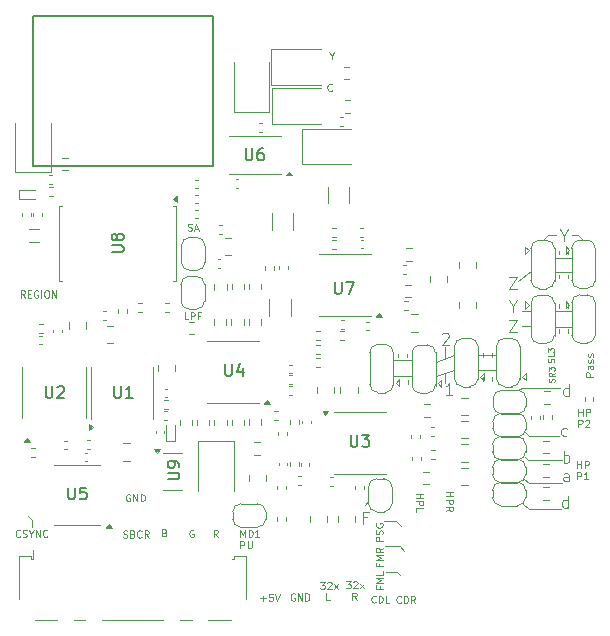
<source format=gbr>
%TF.GenerationSoftware,KiCad,Pcbnew,9.0.0*%
%TF.CreationDate,2025-11-20T17:42:52-08:00*%
%TF.ProjectId,MegaAV_VA1,4d656761-4156-45f5-9641-312e6b696361,rev?*%
%TF.SameCoordinates,Original*%
%TF.FileFunction,Legend,Top*%
%TF.FilePolarity,Positive*%
%FSLAX46Y46*%
G04 Gerber Fmt 4.6, Leading zero omitted, Abs format (unit mm)*
G04 Created by KiCad (PCBNEW 9.0.0) date 2025-11-20 17:42:52*
%MOMM*%
%LPD*%
G01*
G04 APERTURE LIST*
%ADD10C,0.100000*%
%ADD11C,0.075000*%
%ADD12C,0.101600*%
%ADD13C,0.125000*%
%ADD14C,0.150000*%
%ADD15C,0.120000*%
%ADD16C,0.127000*%
G04 APERTURE END LIST*
D10*
X201800000Y-122250000D02*
X203300000Y-122250000D01*
X214425000Y-110725000D02*
X214850000Y-110300000D01*
X212950000Y-127000000D02*
X213250000Y-127300000D01*
X201150000Y-138800000D02*
X202050000Y-138800000D01*
X171200000Y-134450000D02*
X171200000Y-135000000D01*
X213400000Y-113350000D02*
X212350000Y-114150000D01*
X217425000Y-110300000D02*
X216900000Y-110300000D01*
X206150000Y-120725000D02*
X206150000Y-119800000D01*
X212900000Y-129050000D02*
X213200000Y-129300000D01*
X170850000Y-134050000D02*
X171200000Y-134450000D01*
X201800000Y-120900000D02*
X203300000Y-120900000D01*
X215450000Y-113400000D02*
X216850000Y-113400000D01*
X212325000Y-123425000D02*
X212700000Y-123200000D01*
X210500000Y-121700000D02*
X208950000Y-121700000D01*
X215450000Y-118100000D02*
X216800000Y-118100000D01*
X205350000Y-122250000D02*
X206950000Y-121750000D01*
X210450000Y-120400000D02*
X209000000Y-120400000D01*
X215450000Y-116750000D02*
X216850000Y-116750000D01*
X213250000Y-127300000D02*
X215827291Y-127300000D01*
X212650000Y-116750000D02*
X213400000Y-116750000D01*
X201050000Y-136650000D02*
X202300000Y-136650000D01*
X212850000Y-130950000D02*
X213250000Y-131250000D01*
X213400000Y-118000000D02*
X212650000Y-118000000D01*
X212750000Y-133050000D02*
X213250000Y-133500000D01*
X212700000Y-123200000D02*
X215891282Y-123200000D01*
X206150000Y-122000000D02*
X206150000Y-122850000D01*
X213250000Y-131250000D02*
X216049624Y-131250000D01*
X202050000Y-138800000D02*
X202350000Y-139100000D01*
X199660000Y-132800000D02*
X199370000Y-133100000D01*
X214850000Y-110300000D02*
X215550000Y-110300000D01*
X200950000Y-134500000D02*
X202000000Y-134500000D01*
X202000000Y-134500000D02*
X202400000Y-134900000D01*
X205350000Y-121000000D02*
X206950000Y-120450000D01*
X217425000Y-110300000D02*
X217875000Y-110700000D01*
X213200000Y-129300000D02*
X216015994Y-129300000D01*
X202300000Y-136650000D02*
X202650000Y-137000000D01*
X215450000Y-112200000D02*
X216850000Y-112200000D01*
X213250000Y-133500000D02*
X215933787Y-133500000D01*
X217359940Y-130011169D02*
X217359940Y-129411169D01*
X217359940Y-129696883D02*
X217702797Y-129696883D01*
X217702797Y-130011169D02*
X217702797Y-129411169D01*
X217988511Y-130011169D02*
X217988511Y-129411169D01*
X217988511Y-129411169D02*
X218217082Y-129411169D01*
X218217082Y-129411169D02*
X218274225Y-129439740D01*
X218274225Y-129439740D02*
X218302796Y-129468312D01*
X218302796Y-129468312D02*
X218331368Y-129525455D01*
X218331368Y-129525455D02*
X218331368Y-129611169D01*
X218331368Y-129611169D02*
X218302796Y-129668312D01*
X218302796Y-129668312D02*
X218274225Y-129696883D01*
X218274225Y-129696883D02*
X218217082Y-129725455D01*
X218217082Y-129725455D02*
X217988511Y-129725455D01*
X217359940Y-130977135D02*
X217359940Y-130377135D01*
X217359940Y-130377135D02*
X217588511Y-130377135D01*
X217588511Y-130377135D02*
X217645654Y-130405706D01*
X217645654Y-130405706D02*
X217674225Y-130434278D01*
X217674225Y-130434278D02*
X217702797Y-130491421D01*
X217702797Y-130491421D02*
X217702797Y-130577135D01*
X217702797Y-130577135D02*
X217674225Y-130634278D01*
X217674225Y-130634278D02*
X217645654Y-130662849D01*
X217645654Y-130662849D02*
X217588511Y-130691421D01*
X217588511Y-130691421D02*
X217359940Y-130691421D01*
X218274225Y-130977135D02*
X217931368Y-130977135D01*
X218102797Y-130977135D02*
X218102797Y-130377135D01*
X218102797Y-130377135D02*
X218045654Y-130462849D01*
X218045654Y-130462849D02*
X217988511Y-130519992D01*
X217988511Y-130519992D02*
X217931368Y-130548564D01*
D11*
X184378563Y-109880692D02*
X184464278Y-109909263D01*
X184464278Y-109909263D02*
X184607135Y-109909263D01*
X184607135Y-109909263D02*
X184664278Y-109880692D01*
X184664278Y-109880692D02*
X184692849Y-109852120D01*
X184692849Y-109852120D02*
X184721420Y-109794977D01*
X184721420Y-109794977D02*
X184721420Y-109737834D01*
X184721420Y-109737834D02*
X184692849Y-109680692D01*
X184692849Y-109680692D02*
X184664278Y-109652120D01*
X184664278Y-109652120D02*
X184607135Y-109623549D01*
X184607135Y-109623549D02*
X184492849Y-109594977D01*
X184492849Y-109594977D02*
X184435706Y-109566406D01*
X184435706Y-109566406D02*
X184407135Y-109537834D01*
X184407135Y-109537834D02*
X184378563Y-109480692D01*
X184378563Y-109480692D02*
X184378563Y-109423549D01*
X184378563Y-109423549D02*
X184407135Y-109366406D01*
X184407135Y-109366406D02*
X184435706Y-109337834D01*
X184435706Y-109337834D02*
X184492849Y-109309263D01*
X184492849Y-109309263D02*
X184635706Y-109309263D01*
X184635706Y-109309263D02*
X184721420Y-109337834D01*
X184949992Y-109737834D02*
X185235707Y-109737834D01*
X184892849Y-109909263D02*
X185092849Y-109309263D01*
X185092849Y-109309263D02*
X185292849Y-109909263D01*
D10*
X179480055Y-132268098D02*
X179422913Y-132239527D01*
X179422913Y-132239527D02*
X179337198Y-132239527D01*
X179337198Y-132239527D02*
X179251484Y-132268098D01*
X179251484Y-132268098D02*
X179194341Y-132325241D01*
X179194341Y-132325241D02*
X179165770Y-132382384D01*
X179165770Y-132382384D02*
X179137198Y-132496670D01*
X179137198Y-132496670D02*
X179137198Y-132582384D01*
X179137198Y-132582384D02*
X179165770Y-132696670D01*
X179165770Y-132696670D02*
X179194341Y-132753813D01*
X179194341Y-132753813D02*
X179251484Y-132810956D01*
X179251484Y-132810956D02*
X179337198Y-132839527D01*
X179337198Y-132839527D02*
X179394341Y-132839527D01*
X179394341Y-132839527D02*
X179480055Y-132810956D01*
X179480055Y-132810956D02*
X179508627Y-132782384D01*
X179508627Y-132782384D02*
X179508627Y-132582384D01*
X179508627Y-132582384D02*
X179394341Y-132582384D01*
X179765770Y-132839527D02*
X179765770Y-132239527D01*
X179765770Y-132239527D02*
X180108627Y-132839527D01*
X180108627Y-132839527D02*
X180108627Y-132239527D01*
X180394341Y-132839527D02*
X180394341Y-132239527D01*
X180394341Y-132239527D02*
X180537198Y-132239527D01*
X180537198Y-132239527D02*
X180622912Y-132268098D01*
X180622912Y-132268098D02*
X180680055Y-132325241D01*
X180680055Y-132325241D02*
X180708626Y-132382384D01*
X180708626Y-132382384D02*
X180737198Y-132496670D01*
X180737198Y-132496670D02*
X180737198Y-132582384D01*
X180737198Y-132582384D02*
X180708626Y-132696670D01*
X180708626Y-132696670D02*
X180680055Y-132753813D01*
X180680055Y-132753813D02*
X180622912Y-132810956D01*
X180622912Y-132810956D02*
X180537198Y-132839527D01*
X180537198Y-132839527D02*
X180394341Y-132839527D01*
X188828783Y-135837976D02*
X188828783Y-135237976D01*
X188828783Y-135237976D02*
X189028783Y-135666547D01*
X189028783Y-135666547D02*
X189228783Y-135237976D01*
X189228783Y-135237976D02*
X189228783Y-135837976D01*
X189514497Y-135837976D02*
X189514497Y-135237976D01*
X189514497Y-135237976D02*
X189657354Y-135237976D01*
X189657354Y-135237976D02*
X189743068Y-135266547D01*
X189743068Y-135266547D02*
X189800211Y-135323690D01*
X189800211Y-135323690D02*
X189828782Y-135380833D01*
X189828782Y-135380833D02*
X189857354Y-135495119D01*
X189857354Y-135495119D02*
X189857354Y-135580833D01*
X189857354Y-135580833D02*
X189828782Y-135695119D01*
X189828782Y-135695119D02*
X189800211Y-135752262D01*
X189800211Y-135752262D02*
X189743068Y-135809405D01*
X189743068Y-135809405D02*
X189657354Y-135837976D01*
X189657354Y-135837976D02*
X189514497Y-135837976D01*
X190428782Y-135837976D02*
X190085925Y-135837976D01*
X190257354Y-135837976D02*
X190257354Y-135237976D01*
X190257354Y-135237976D02*
X190200211Y-135323690D01*
X190200211Y-135323690D02*
X190143068Y-135380833D01*
X190143068Y-135380833D02*
X190085925Y-135409405D01*
X188828783Y-136803942D02*
X188828783Y-136203942D01*
X188828783Y-136203942D02*
X189057354Y-136203942D01*
X189057354Y-136203942D02*
X189114497Y-136232513D01*
X189114497Y-136232513D02*
X189143068Y-136261085D01*
X189143068Y-136261085D02*
X189171640Y-136318228D01*
X189171640Y-136318228D02*
X189171640Y-136403942D01*
X189171640Y-136403942D02*
X189143068Y-136461085D01*
X189143068Y-136461085D02*
X189114497Y-136489656D01*
X189114497Y-136489656D02*
X189057354Y-136518228D01*
X189057354Y-136518228D02*
X188828783Y-136518228D01*
X189428783Y-136203942D02*
X189428783Y-136689656D01*
X189428783Y-136689656D02*
X189457354Y-136746799D01*
X189457354Y-136746799D02*
X189485926Y-136775371D01*
X189485926Y-136775371D02*
X189543068Y-136803942D01*
X189543068Y-136803942D02*
X189657354Y-136803942D01*
X189657354Y-136803942D02*
X189714497Y-136775371D01*
X189714497Y-136775371D02*
X189743068Y-136746799D01*
X189743068Y-136746799D02*
X189771640Y-136689656D01*
X189771640Y-136689656D02*
X189771640Y-136203942D01*
X199567217Y-134188609D02*
X199233884Y-134188609D01*
X199233884Y-134712419D02*
X199233884Y-133712419D01*
X199233884Y-133712419D02*
X199710074Y-133712419D01*
X195601503Y-139655405D02*
X195972931Y-139655405D01*
X195972931Y-139655405D02*
X195772931Y-139883976D01*
X195772931Y-139883976D02*
X195858646Y-139883976D01*
X195858646Y-139883976D02*
X195915789Y-139912548D01*
X195915789Y-139912548D02*
X195944360Y-139941119D01*
X195944360Y-139941119D02*
X195972931Y-139998262D01*
X195972931Y-139998262D02*
X195972931Y-140141119D01*
X195972931Y-140141119D02*
X195944360Y-140198262D01*
X195944360Y-140198262D02*
X195915789Y-140226834D01*
X195915789Y-140226834D02*
X195858646Y-140255405D01*
X195858646Y-140255405D02*
X195687217Y-140255405D01*
X195687217Y-140255405D02*
X195630074Y-140226834D01*
X195630074Y-140226834D02*
X195601503Y-140198262D01*
X196201503Y-139712548D02*
X196230075Y-139683976D01*
X196230075Y-139683976D02*
X196287218Y-139655405D01*
X196287218Y-139655405D02*
X196430075Y-139655405D01*
X196430075Y-139655405D02*
X196487218Y-139683976D01*
X196487218Y-139683976D02*
X196515789Y-139712548D01*
X196515789Y-139712548D02*
X196544360Y-139769691D01*
X196544360Y-139769691D02*
X196544360Y-139826834D01*
X196544360Y-139826834D02*
X196515789Y-139912548D01*
X196515789Y-139912548D02*
X196172932Y-140255405D01*
X196172932Y-140255405D02*
X196544360Y-140255405D01*
X196744361Y-140255405D02*
X197058647Y-139855405D01*
X196744361Y-139855405D02*
X197058647Y-140255405D01*
X196401503Y-141221371D02*
X196115789Y-141221371D01*
X196115789Y-141221371D02*
X196115789Y-140621371D01*
D12*
X218688479Y-122267619D02*
X218053479Y-122267619D01*
X218053479Y-122267619D02*
X218053479Y-122025714D01*
X218053479Y-122025714D02*
X218083717Y-121965238D01*
X218083717Y-121965238D02*
X218113955Y-121935000D01*
X218113955Y-121935000D02*
X218174431Y-121904762D01*
X218174431Y-121904762D02*
X218265145Y-121904762D01*
X218265145Y-121904762D02*
X218325621Y-121935000D01*
X218325621Y-121935000D02*
X218355860Y-121965238D01*
X218355860Y-121965238D02*
X218386098Y-122025714D01*
X218386098Y-122025714D02*
X218386098Y-122267619D01*
X218688479Y-121360476D02*
X218355860Y-121360476D01*
X218355860Y-121360476D02*
X218295383Y-121390714D01*
X218295383Y-121390714D02*
X218265145Y-121451190D01*
X218265145Y-121451190D02*
X218265145Y-121572143D01*
X218265145Y-121572143D02*
X218295383Y-121632619D01*
X218658241Y-121360476D02*
X218688479Y-121420952D01*
X218688479Y-121420952D02*
X218688479Y-121572143D01*
X218688479Y-121572143D02*
X218658241Y-121632619D01*
X218658241Y-121632619D02*
X218597764Y-121662857D01*
X218597764Y-121662857D02*
X218537288Y-121662857D01*
X218537288Y-121662857D02*
X218476812Y-121632619D01*
X218476812Y-121632619D02*
X218446574Y-121572143D01*
X218446574Y-121572143D02*
X218446574Y-121420952D01*
X218446574Y-121420952D02*
X218416336Y-121360476D01*
X218658241Y-121088333D02*
X218688479Y-121027857D01*
X218688479Y-121027857D02*
X218688479Y-120906905D01*
X218688479Y-120906905D02*
X218658241Y-120846428D01*
X218658241Y-120846428D02*
X218597764Y-120816190D01*
X218597764Y-120816190D02*
X218567526Y-120816190D01*
X218567526Y-120816190D02*
X218507050Y-120846428D01*
X218507050Y-120846428D02*
X218476812Y-120906905D01*
X218476812Y-120906905D02*
X218476812Y-120997619D01*
X218476812Y-120997619D02*
X218446574Y-121058095D01*
X218446574Y-121058095D02*
X218386098Y-121088333D01*
X218386098Y-121088333D02*
X218355860Y-121088333D01*
X218355860Y-121088333D02*
X218295383Y-121058095D01*
X218295383Y-121058095D02*
X218265145Y-120997619D01*
X218265145Y-120997619D02*
X218265145Y-120906905D01*
X218265145Y-120906905D02*
X218295383Y-120846428D01*
X218658241Y-120574285D02*
X218688479Y-120513809D01*
X218688479Y-120513809D02*
X218688479Y-120392857D01*
X218688479Y-120392857D02*
X218658241Y-120332380D01*
X218658241Y-120332380D02*
X218597764Y-120302142D01*
X218597764Y-120302142D02*
X218567526Y-120302142D01*
X218567526Y-120302142D02*
X218507050Y-120332380D01*
X218507050Y-120332380D02*
X218476812Y-120392857D01*
X218476812Y-120392857D02*
X218476812Y-120483571D01*
X218476812Y-120483571D02*
X218446574Y-120544047D01*
X218446574Y-120544047D02*
X218386098Y-120574285D01*
X218386098Y-120574285D02*
X218355860Y-120574285D01*
X218355860Y-120574285D02*
X218295383Y-120544047D01*
X218295383Y-120544047D02*
X218265145Y-120483571D01*
X218265145Y-120483571D02*
X218265145Y-120392857D01*
X218265145Y-120392857D02*
X218295383Y-120332380D01*
D10*
X216617664Y-131122419D02*
X216617664Y-130598609D01*
X216617664Y-130598609D02*
X216570045Y-130503371D01*
X216570045Y-130503371D02*
X216474807Y-130455752D01*
X216474807Y-130455752D02*
X216284331Y-130455752D01*
X216284331Y-130455752D02*
X216189093Y-130503371D01*
X216617664Y-131074800D02*
X216522426Y-131122419D01*
X216522426Y-131122419D02*
X216284331Y-131122419D01*
X216284331Y-131122419D02*
X216189093Y-131074800D01*
X216189093Y-131074800D02*
X216141474Y-130979561D01*
X216141474Y-130979561D02*
X216141474Y-130884323D01*
X216141474Y-130884323D02*
X216189093Y-130789085D01*
X216189093Y-130789085D02*
X216284331Y-130741466D01*
X216284331Y-130741466D02*
X216522426Y-130741466D01*
X216522426Y-130741466D02*
X216617664Y-130693847D01*
D12*
X196577270Y-98035830D02*
X196547032Y-98066069D01*
X196547032Y-98066069D02*
X196456318Y-98096307D01*
X196456318Y-98096307D02*
X196395842Y-98096307D01*
X196395842Y-98096307D02*
X196305127Y-98066069D01*
X196305127Y-98066069D02*
X196244651Y-98005592D01*
X196244651Y-98005592D02*
X196214413Y-97945116D01*
X196214413Y-97945116D02*
X196184175Y-97824164D01*
X196184175Y-97824164D02*
X196184175Y-97733449D01*
X196184175Y-97733449D02*
X196214413Y-97612497D01*
X196214413Y-97612497D02*
X196244651Y-97552021D01*
X196244651Y-97552021D02*
X196305127Y-97491545D01*
X196305127Y-97491545D02*
X196395842Y-97461307D01*
X196395842Y-97461307D02*
X196456318Y-97461307D01*
X196456318Y-97461307D02*
X196547032Y-97491545D01*
X196547032Y-97491545D02*
X196577270Y-97521783D01*
D13*
X216213014Y-129564484D02*
X216213014Y-128564484D01*
X216213014Y-128945436D02*
X216308252Y-128897817D01*
X216308252Y-128897817D02*
X216498728Y-128897817D01*
X216498728Y-128897817D02*
X216593966Y-128945436D01*
X216593966Y-128945436D02*
X216641585Y-128993055D01*
X216641585Y-128993055D02*
X216689204Y-129088293D01*
X216689204Y-129088293D02*
X216689204Y-129374007D01*
X216689204Y-129374007D02*
X216641585Y-129469245D01*
X216641585Y-129469245D02*
X216593966Y-129516865D01*
X216593966Y-129516865D02*
X216498728Y-129564484D01*
X216498728Y-129564484D02*
X216308252Y-129564484D01*
X216308252Y-129564484D02*
X216213014Y-129516865D01*
D10*
X182417986Y-135489529D02*
X182503700Y-135518101D01*
X182503700Y-135518101D02*
X182532271Y-135546672D01*
X182532271Y-135546672D02*
X182560843Y-135603815D01*
X182560843Y-135603815D02*
X182560843Y-135689529D01*
X182560843Y-135689529D02*
X182532271Y-135746672D01*
X182532271Y-135746672D02*
X182503700Y-135775244D01*
X182503700Y-135775244D02*
X182446557Y-135803815D01*
X182446557Y-135803815D02*
X182217986Y-135803815D01*
X182217986Y-135803815D02*
X182217986Y-135203815D01*
X182217986Y-135203815D02*
X182417986Y-135203815D01*
X182417986Y-135203815D02*
X182475129Y-135232386D01*
X182475129Y-135232386D02*
X182503700Y-135260958D01*
X182503700Y-135260958D02*
X182532271Y-135318101D01*
X182532271Y-135318101D02*
X182532271Y-135375244D01*
X182532271Y-135375244D02*
X182503700Y-135432386D01*
X182503700Y-135432386D02*
X182475129Y-135460958D01*
X182475129Y-135460958D02*
X182417986Y-135489529D01*
X182417986Y-135489529D02*
X182217986Y-135489529D01*
X217450083Y-125580921D02*
X217450083Y-124980921D01*
X217450083Y-125266635D02*
X217792940Y-125266635D01*
X217792940Y-125580921D02*
X217792940Y-124980921D01*
X218078654Y-125580921D02*
X218078654Y-124980921D01*
X218078654Y-124980921D02*
X218307225Y-124980921D01*
X218307225Y-124980921D02*
X218364368Y-125009492D01*
X218364368Y-125009492D02*
X218392939Y-125038064D01*
X218392939Y-125038064D02*
X218421511Y-125095207D01*
X218421511Y-125095207D02*
X218421511Y-125180921D01*
X218421511Y-125180921D02*
X218392939Y-125238064D01*
X218392939Y-125238064D02*
X218364368Y-125266635D01*
X218364368Y-125266635D02*
X218307225Y-125295207D01*
X218307225Y-125295207D02*
X218078654Y-125295207D01*
X217450083Y-126546887D02*
X217450083Y-125946887D01*
X217450083Y-125946887D02*
X217678654Y-125946887D01*
X217678654Y-125946887D02*
X217735797Y-125975458D01*
X217735797Y-125975458D02*
X217764368Y-126004030D01*
X217764368Y-126004030D02*
X217792940Y-126061173D01*
X217792940Y-126061173D02*
X217792940Y-126146887D01*
X217792940Y-126146887D02*
X217764368Y-126204030D01*
X217764368Y-126204030D02*
X217735797Y-126232601D01*
X217735797Y-126232601D02*
X217678654Y-126261173D01*
X217678654Y-126261173D02*
X217450083Y-126261173D01*
X218021511Y-126004030D02*
X218050083Y-125975458D01*
X218050083Y-125975458D02*
X218107226Y-125946887D01*
X218107226Y-125946887D02*
X218250083Y-125946887D01*
X218250083Y-125946887D02*
X218307226Y-125975458D01*
X218307226Y-125975458D02*
X218335797Y-126004030D01*
X218335797Y-126004030D02*
X218364368Y-126061173D01*
X218364368Y-126061173D02*
X218364368Y-126118316D01*
X218364368Y-126118316D02*
X218335797Y-126204030D01*
X218335797Y-126204030D02*
X217992940Y-126546887D01*
X217992940Y-126546887D02*
X218364368Y-126546887D01*
X216470065Y-127247054D02*
X216374827Y-127294673D01*
X216374827Y-127294673D02*
X216184351Y-127294673D01*
X216184351Y-127294673D02*
X216089113Y-127247054D01*
X216089113Y-127247054D02*
X216041494Y-127199434D01*
X216041494Y-127199434D02*
X215993875Y-127104196D01*
X215993875Y-127104196D02*
X215993875Y-126818482D01*
X215993875Y-126818482D02*
X216041494Y-126723244D01*
X216041494Y-126723244D02*
X216089113Y-126675625D01*
X216089113Y-126675625D02*
X216184351Y-126628006D01*
X216184351Y-126628006D02*
X216374827Y-126628006D01*
X216374827Y-126628006D02*
X216470065Y-126675625D01*
X211558646Y-113872419D02*
X212225312Y-113872419D01*
X212225312Y-113872419D02*
X211558646Y-114872419D01*
X211558646Y-114872419D02*
X212225312Y-114872419D01*
D11*
X184405409Y-117431799D02*
X184119695Y-117431799D01*
X184119695Y-117431799D02*
X184119695Y-116831799D01*
X184605409Y-117431799D02*
X184605409Y-116831799D01*
X184605409Y-116831799D02*
X184833980Y-116831799D01*
X184833980Y-116831799D02*
X184891123Y-116860370D01*
X184891123Y-116860370D02*
X184919694Y-116888942D01*
X184919694Y-116888942D02*
X184948266Y-116946085D01*
X184948266Y-116946085D02*
X184948266Y-117031799D01*
X184948266Y-117031799D02*
X184919694Y-117088942D01*
X184919694Y-117088942D02*
X184891123Y-117117513D01*
X184891123Y-117117513D02*
X184833980Y-117146085D01*
X184833980Y-117146085D02*
X184605409Y-117146085D01*
X185405409Y-117117513D02*
X185205409Y-117117513D01*
X185205409Y-117431799D02*
X185205409Y-116831799D01*
X185205409Y-116831799D02*
X185491123Y-116831799D01*
D10*
X200281503Y-141364228D02*
X200252931Y-141392800D01*
X200252931Y-141392800D02*
X200167217Y-141421371D01*
X200167217Y-141421371D02*
X200110074Y-141421371D01*
X200110074Y-141421371D02*
X200024360Y-141392800D01*
X200024360Y-141392800D02*
X199967217Y-141335657D01*
X199967217Y-141335657D02*
X199938646Y-141278514D01*
X199938646Y-141278514D02*
X199910074Y-141164228D01*
X199910074Y-141164228D02*
X199910074Y-141078514D01*
X199910074Y-141078514D02*
X199938646Y-140964228D01*
X199938646Y-140964228D02*
X199967217Y-140907085D01*
X199967217Y-140907085D02*
X200024360Y-140849942D01*
X200024360Y-140849942D02*
X200110074Y-140821371D01*
X200110074Y-140821371D02*
X200167217Y-140821371D01*
X200167217Y-140821371D02*
X200252931Y-140849942D01*
X200252931Y-140849942D02*
X200281503Y-140878514D01*
X200538646Y-141421371D02*
X200538646Y-140821371D01*
X200538646Y-140821371D02*
X200681503Y-140821371D01*
X200681503Y-140821371D02*
X200767217Y-140849942D01*
X200767217Y-140849942D02*
X200824360Y-140907085D01*
X200824360Y-140907085D02*
X200852931Y-140964228D01*
X200852931Y-140964228D02*
X200881503Y-141078514D01*
X200881503Y-141078514D02*
X200881503Y-141164228D01*
X200881503Y-141164228D02*
X200852931Y-141278514D01*
X200852931Y-141278514D02*
X200824360Y-141335657D01*
X200824360Y-141335657D02*
X200767217Y-141392800D01*
X200767217Y-141392800D02*
X200681503Y-141421371D01*
X200681503Y-141421371D02*
X200538646Y-141421371D01*
X201424360Y-141421371D02*
X201138646Y-141421371D01*
X201138646Y-141421371D02*
X201138646Y-140821371D01*
X184851070Y-135282039D02*
X184793928Y-135253468D01*
X184793928Y-135253468D02*
X184708213Y-135253468D01*
X184708213Y-135253468D02*
X184622499Y-135282039D01*
X184622499Y-135282039D02*
X184565356Y-135339182D01*
X184565356Y-135339182D02*
X184536785Y-135396325D01*
X184536785Y-135396325D02*
X184508213Y-135510611D01*
X184508213Y-135510611D02*
X184508213Y-135596325D01*
X184508213Y-135596325D02*
X184536785Y-135710611D01*
X184536785Y-135710611D02*
X184565356Y-135767754D01*
X184565356Y-135767754D02*
X184622499Y-135824897D01*
X184622499Y-135824897D02*
X184708213Y-135853468D01*
X184708213Y-135853468D02*
X184765356Y-135853468D01*
X184765356Y-135853468D02*
X184851070Y-135824897D01*
X184851070Y-135824897D02*
X184879642Y-135796325D01*
X184879642Y-135796325D02*
X184879642Y-135596325D01*
X184879642Y-135596325D02*
X184765356Y-135596325D01*
X178913759Y-135868965D02*
X178999474Y-135897536D01*
X178999474Y-135897536D02*
X179142331Y-135897536D01*
X179142331Y-135897536D02*
X179199474Y-135868965D01*
X179199474Y-135868965D02*
X179228045Y-135840393D01*
X179228045Y-135840393D02*
X179256616Y-135783250D01*
X179256616Y-135783250D02*
X179256616Y-135726107D01*
X179256616Y-135726107D02*
X179228045Y-135668965D01*
X179228045Y-135668965D02*
X179199474Y-135640393D01*
X179199474Y-135640393D02*
X179142331Y-135611822D01*
X179142331Y-135611822D02*
X179028045Y-135583250D01*
X179028045Y-135583250D02*
X178970902Y-135554679D01*
X178970902Y-135554679D02*
X178942331Y-135526107D01*
X178942331Y-135526107D02*
X178913759Y-135468965D01*
X178913759Y-135468965D02*
X178913759Y-135411822D01*
X178913759Y-135411822D02*
X178942331Y-135354679D01*
X178942331Y-135354679D02*
X178970902Y-135326107D01*
X178970902Y-135326107D02*
X179028045Y-135297536D01*
X179028045Y-135297536D02*
X179170902Y-135297536D01*
X179170902Y-135297536D02*
X179256616Y-135326107D01*
X179713760Y-135583250D02*
X179799474Y-135611822D01*
X179799474Y-135611822D02*
X179828045Y-135640393D01*
X179828045Y-135640393D02*
X179856617Y-135697536D01*
X179856617Y-135697536D02*
X179856617Y-135783250D01*
X179856617Y-135783250D02*
X179828045Y-135840393D01*
X179828045Y-135840393D02*
X179799474Y-135868965D01*
X179799474Y-135868965D02*
X179742331Y-135897536D01*
X179742331Y-135897536D02*
X179513760Y-135897536D01*
X179513760Y-135897536D02*
X179513760Y-135297536D01*
X179513760Y-135297536D02*
X179713760Y-135297536D01*
X179713760Y-135297536D02*
X179770903Y-135326107D01*
X179770903Y-135326107D02*
X179799474Y-135354679D01*
X179799474Y-135354679D02*
X179828045Y-135411822D01*
X179828045Y-135411822D02*
X179828045Y-135468965D01*
X179828045Y-135468965D02*
X179799474Y-135526107D01*
X179799474Y-135526107D02*
X179770903Y-135554679D01*
X179770903Y-135554679D02*
X179713760Y-135583250D01*
X179713760Y-135583250D02*
X179513760Y-135583250D01*
X180456617Y-135840393D02*
X180428045Y-135868965D01*
X180428045Y-135868965D02*
X180342331Y-135897536D01*
X180342331Y-135897536D02*
X180285188Y-135897536D01*
X180285188Y-135897536D02*
X180199474Y-135868965D01*
X180199474Y-135868965D02*
X180142331Y-135811822D01*
X180142331Y-135811822D02*
X180113760Y-135754679D01*
X180113760Y-135754679D02*
X180085188Y-135640393D01*
X180085188Y-135640393D02*
X180085188Y-135554679D01*
X180085188Y-135554679D02*
X180113760Y-135440393D01*
X180113760Y-135440393D02*
X180142331Y-135383250D01*
X180142331Y-135383250D02*
X180199474Y-135326107D01*
X180199474Y-135326107D02*
X180285188Y-135297536D01*
X180285188Y-135297536D02*
X180342331Y-135297536D01*
X180342331Y-135297536D02*
X180428045Y-135326107D01*
X180428045Y-135326107D02*
X180456617Y-135354679D01*
X181056617Y-135897536D02*
X180856617Y-135611822D01*
X180713760Y-135897536D02*
X180713760Y-135297536D01*
X180713760Y-135297536D02*
X180942331Y-135297536D01*
X180942331Y-135297536D02*
X180999474Y-135326107D01*
X180999474Y-135326107D02*
X181028045Y-135354679D01*
X181028045Y-135354679D02*
X181056617Y-135411822D01*
X181056617Y-135411822D02*
X181056617Y-135497536D01*
X181056617Y-135497536D02*
X181028045Y-135554679D01*
X181028045Y-135554679D02*
X180999474Y-135583250D01*
X180999474Y-135583250D02*
X180942331Y-135611822D01*
X180942331Y-135611822D02*
X180713760Y-135611822D01*
X186910039Y-135841055D02*
X186710039Y-135555341D01*
X186567182Y-135841055D02*
X186567182Y-135241055D01*
X186567182Y-135241055D02*
X186795753Y-135241055D01*
X186795753Y-135241055D02*
X186852896Y-135269626D01*
X186852896Y-135269626D02*
X186881467Y-135298198D01*
X186881467Y-135298198D02*
X186910039Y-135355341D01*
X186910039Y-135355341D02*
X186910039Y-135441055D01*
X186910039Y-135441055D02*
X186881467Y-135498198D01*
X186881467Y-135498198D02*
X186852896Y-135526769D01*
X186852896Y-135526769D02*
X186795753Y-135555341D01*
X186795753Y-135555341D02*
X186567182Y-135555341D01*
X216244360Y-110326253D02*
X216244360Y-110802444D01*
X215911027Y-109802444D02*
X216244360Y-110326253D01*
X216244360Y-110326253D02*
X216577693Y-109802444D01*
X205906265Y-118667657D02*
X205953884Y-118620038D01*
X205953884Y-118620038D02*
X206049122Y-118572419D01*
X206049122Y-118572419D02*
X206287217Y-118572419D01*
X206287217Y-118572419D02*
X206382455Y-118620038D01*
X206382455Y-118620038D02*
X206430074Y-118667657D01*
X206430074Y-118667657D02*
X206477693Y-118762895D01*
X206477693Y-118762895D02*
X206477693Y-118858133D01*
X206477693Y-118858133D02*
X206430074Y-119000990D01*
X206430074Y-119000990D02*
X205858646Y-119572419D01*
X205858646Y-119572419D02*
X206477693Y-119572419D01*
X170171503Y-135784228D02*
X170142931Y-135812800D01*
X170142931Y-135812800D02*
X170057217Y-135841371D01*
X170057217Y-135841371D02*
X170000074Y-135841371D01*
X170000074Y-135841371D02*
X169914360Y-135812800D01*
X169914360Y-135812800D02*
X169857217Y-135755657D01*
X169857217Y-135755657D02*
X169828646Y-135698514D01*
X169828646Y-135698514D02*
X169800074Y-135584228D01*
X169800074Y-135584228D02*
X169800074Y-135498514D01*
X169800074Y-135498514D02*
X169828646Y-135384228D01*
X169828646Y-135384228D02*
X169857217Y-135327085D01*
X169857217Y-135327085D02*
X169914360Y-135269942D01*
X169914360Y-135269942D02*
X170000074Y-135241371D01*
X170000074Y-135241371D02*
X170057217Y-135241371D01*
X170057217Y-135241371D02*
X170142931Y-135269942D01*
X170142931Y-135269942D02*
X170171503Y-135298514D01*
X170400074Y-135812800D02*
X170485789Y-135841371D01*
X170485789Y-135841371D02*
X170628646Y-135841371D01*
X170628646Y-135841371D02*
X170685789Y-135812800D01*
X170685789Y-135812800D02*
X170714360Y-135784228D01*
X170714360Y-135784228D02*
X170742931Y-135727085D01*
X170742931Y-135727085D02*
X170742931Y-135669942D01*
X170742931Y-135669942D02*
X170714360Y-135612800D01*
X170714360Y-135612800D02*
X170685789Y-135584228D01*
X170685789Y-135584228D02*
X170628646Y-135555657D01*
X170628646Y-135555657D02*
X170514360Y-135527085D01*
X170514360Y-135527085D02*
X170457217Y-135498514D01*
X170457217Y-135498514D02*
X170428646Y-135469942D01*
X170428646Y-135469942D02*
X170400074Y-135412800D01*
X170400074Y-135412800D02*
X170400074Y-135355657D01*
X170400074Y-135355657D02*
X170428646Y-135298514D01*
X170428646Y-135298514D02*
X170457217Y-135269942D01*
X170457217Y-135269942D02*
X170514360Y-135241371D01*
X170514360Y-135241371D02*
X170657217Y-135241371D01*
X170657217Y-135241371D02*
X170742931Y-135269942D01*
X171114360Y-135555657D02*
X171114360Y-135841371D01*
X170914360Y-135241371D02*
X171114360Y-135555657D01*
X171114360Y-135555657D02*
X171314360Y-135241371D01*
X171514361Y-135841371D02*
X171514361Y-135241371D01*
X171514361Y-135241371D02*
X171857218Y-135841371D01*
X171857218Y-135841371D02*
X171857218Y-135241371D01*
X172485789Y-135784228D02*
X172457217Y-135812800D01*
X172457217Y-135812800D02*
X172371503Y-135841371D01*
X172371503Y-135841371D02*
X172314360Y-135841371D01*
X172314360Y-135841371D02*
X172228646Y-135812800D01*
X172228646Y-135812800D02*
X172171503Y-135755657D01*
X172171503Y-135755657D02*
X172142932Y-135698514D01*
X172142932Y-135698514D02*
X172114360Y-135584228D01*
X172114360Y-135584228D02*
X172114360Y-135498514D01*
X172114360Y-135498514D02*
X172142932Y-135384228D01*
X172142932Y-135384228D02*
X172171503Y-135327085D01*
X172171503Y-135327085D02*
X172228646Y-135269942D01*
X172228646Y-135269942D02*
X172314360Y-135241371D01*
X172314360Y-135241371D02*
X172371503Y-135241371D01*
X172371503Y-135241371D02*
X172457217Y-135269942D01*
X172457217Y-135269942D02*
X172485789Y-135298514D01*
X206777693Y-123822419D02*
X206206265Y-123822419D01*
X206491979Y-123822419D02*
X206491979Y-122822419D01*
X206491979Y-122822419D02*
X206396741Y-122965276D01*
X206396741Y-122965276D02*
X206301503Y-123060514D01*
X206301503Y-123060514D02*
X206206265Y-123108133D01*
X193412931Y-140659942D02*
X193355789Y-140631371D01*
X193355789Y-140631371D02*
X193270074Y-140631371D01*
X193270074Y-140631371D02*
X193184360Y-140659942D01*
X193184360Y-140659942D02*
X193127217Y-140717085D01*
X193127217Y-140717085D02*
X193098646Y-140774228D01*
X193098646Y-140774228D02*
X193070074Y-140888514D01*
X193070074Y-140888514D02*
X193070074Y-140974228D01*
X193070074Y-140974228D02*
X193098646Y-141088514D01*
X193098646Y-141088514D02*
X193127217Y-141145657D01*
X193127217Y-141145657D02*
X193184360Y-141202800D01*
X193184360Y-141202800D02*
X193270074Y-141231371D01*
X193270074Y-141231371D02*
X193327217Y-141231371D01*
X193327217Y-141231371D02*
X193412931Y-141202800D01*
X193412931Y-141202800D02*
X193441503Y-141174228D01*
X193441503Y-141174228D02*
X193441503Y-140974228D01*
X193441503Y-140974228D02*
X193327217Y-140974228D01*
X193698646Y-141231371D02*
X193698646Y-140631371D01*
X193698646Y-140631371D02*
X194041503Y-141231371D01*
X194041503Y-141231371D02*
X194041503Y-140631371D01*
X194327217Y-141231371D02*
X194327217Y-140631371D01*
X194327217Y-140631371D02*
X194470074Y-140631371D01*
X194470074Y-140631371D02*
X194555788Y-140659942D01*
X194555788Y-140659942D02*
X194612931Y-140717085D01*
X194612931Y-140717085D02*
X194641502Y-140774228D01*
X194641502Y-140774228D02*
X194670074Y-140888514D01*
X194670074Y-140888514D02*
X194670074Y-140974228D01*
X194670074Y-140974228D02*
X194641502Y-141088514D01*
X194641502Y-141088514D02*
X194612931Y-141145657D01*
X194612931Y-141145657D02*
X194555788Y-141202800D01*
X194555788Y-141202800D02*
X194470074Y-141231371D01*
X194470074Y-141231371D02*
X194327217Y-141231371D01*
X200577085Y-138111353D02*
X200577085Y-138311353D01*
X200891371Y-138311353D02*
X200291371Y-138311353D01*
X200291371Y-138311353D02*
X200291371Y-138025639D01*
X200891371Y-137797067D02*
X200291371Y-137797067D01*
X200291371Y-137797067D02*
X200719942Y-137597067D01*
X200719942Y-137597067D02*
X200291371Y-137397067D01*
X200291371Y-137397067D02*
X200891371Y-137397067D01*
X200891371Y-136768496D02*
X200605657Y-136968496D01*
X200891371Y-137111353D02*
X200291371Y-137111353D01*
X200291371Y-137111353D02*
X200291371Y-136882782D01*
X200291371Y-136882782D02*
X200319942Y-136825639D01*
X200319942Y-136825639D02*
X200348514Y-136797068D01*
X200348514Y-136797068D02*
X200405657Y-136768496D01*
X200405657Y-136768496D02*
X200491371Y-136768496D01*
X200491371Y-136768496D02*
X200548514Y-136797068D01*
X200548514Y-136797068D02*
X200577085Y-136825639D01*
X200577085Y-136825639D02*
X200605657Y-136882782D01*
X200605657Y-136882782D02*
X200605657Y-137111353D01*
X216623737Y-123911557D02*
X216623737Y-122911557D01*
X216623737Y-123863938D02*
X216528499Y-123911557D01*
X216528499Y-123911557D02*
X216338023Y-123911557D01*
X216338023Y-123911557D02*
X216242785Y-123863938D01*
X216242785Y-123863938D02*
X216195166Y-123816318D01*
X216195166Y-123816318D02*
X216147547Y-123721080D01*
X216147547Y-123721080D02*
X216147547Y-123435366D01*
X216147547Y-123435366D02*
X216195166Y-123340128D01*
X216195166Y-123340128D02*
X216242785Y-123292509D01*
X216242785Y-123292509D02*
X216338023Y-123244890D01*
X216338023Y-123244890D02*
X216528499Y-123244890D01*
X216528499Y-123244890D02*
X216623737Y-123292509D01*
X206218628Y-132078646D02*
X206818628Y-132078646D01*
X206532914Y-132078646D02*
X206532914Y-132421503D01*
X206218628Y-132421503D02*
X206818628Y-132421503D01*
X206218628Y-132707217D02*
X206818628Y-132707217D01*
X206818628Y-132707217D02*
X206818628Y-132935788D01*
X206818628Y-132935788D02*
X206790057Y-132992931D01*
X206790057Y-132992931D02*
X206761485Y-133021502D01*
X206761485Y-133021502D02*
X206704342Y-133050074D01*
X206704342Y-133050074D02*
X206618628Y-133050074D01*
X206618628Y-133050074D02*
X206561485Y-133021502D01*
X206561485Y-133021502D02*
X206532914Y-132992931D01*
X206532914Y-132992931D02*
X206504342Y-132935788D01*
X206504342Y-132935788D02*
X206504342Y-132707217D01*
X206218628Y-133650074D02*
X206504342Y-133450074D01*
X206218628Y-133307217D02*
X206818628Y-133307217D01*
X206818628Y-133307217D02*
X206818628Y-133535788D01*
X206818628Y-133535788D02*
X206790057Y-133592931D01*
X206790057Y-133592931D02*
X206761485Y-133621502D01*
X206761485Y-133621502D02*
X206704342Y-133650074D01*
X206704342Y-133650074D02*
X206618628Y-133650074D01*
X206618628Y-133650074D02*
X206561485Y-133621502D01*
X206561485Y-133621502D02*
X206532914Y-133592931D01*
X206532914Y-133592931D02*
X206504342Y-133535788D01*
X206504342Y-133535788D02*
X206504342Y-133307217D01*
X197801503Y-139605405D02*
X198172931Y-139605405D01*
X198172931Y-139605405D02*
X197972931Y-139833976D01*
X197972931Y-139833976D02*
X198058646Y-139833976D01*
X198058646Y-139833976D02*
X198115789Y-139862548D01*
X198115789Y-139862548D02*
X198144360Y-139891119D01*
X198144360Y-139891119D02*
X198172931Y-139948262D01*
X198172931Y-139948262D02*
X198172931Y-140091119D01*
X198172931Y-140091119D02*
X198144360Y-140148262D01*
X198144360Y-140148262D02*
X198115789Y-140176834D01*
X198115789Y-140176834D02*
X198058646Y-140205405D01*
X198058646Y-140205405D02*
X197887217Y-140205405D01*
X197887217Y-140205405D02*
X197830074Y-140176834D01*
X197830074Y-140176834D02*
X197801503Y-140148262D01*
X198401503Y-139662548D02*
X198430075Y-139633976D01*
X198430075Y-139633976D02*
X198487218Y-139605405D01*
X198487218Y-139605405D02*
X198630075Y-139605405D01*
X198630075Y-139605405D02*
X198687218Y-139633976D01*
X198687218Y-139633976D02*
X198715789Y-139662548D01*
X198715789Y-139662548D02*
X198744360Y-139719691D01*
X198744360Y-139719691D02*
X198744360Y-139776834D01*
X198744360Y-139776834D02*
X198715789Y-139862548D01*
X198715789Y-139862548D02*
X198372932Y-140205405D01*
X198372932Y-140205405D02*
X198744360Y-140205405D01*
X198944361Y-140205405D02*
X199258647Y-139805405D01*
X198944361Y-139805405D02*
X199258647Y-140205405D01*
X198658646Y-141171371D02*
X198458646Y-140885657D01*
X198315789Y-141171371D02*
X198315789Y-140571371D01*
X198315789Y-140571371D02*
X198544360Y-140571371D01*
X198544360Y-140571371D02*
X198601503Y-140599942D01*
X198601503Y-140599942D02*
X198630074Y-140628514D01*
X198630074Y-140628514D02*
X198658646Y-140685657D01*
X198658646Y-140685657D02*
X198658646Y-140771371D01*
X198658646Y-140771371D02*
X198630074Y-140828514D01*
X198630074Y-140828514D02*
X198601503Y-140857085D01*
X198601503Y-140857085D02*
X198544360Y-140885657D01*
X198544360Y-140885657D02*
X198315789Y-140885657D01*
X211608646Y-117472419D02*
X212275312Y-117472419D01*
X212275312Y-117472419D02*
X211608646Y-118472419D01*
X211608646Y-118472419D02*
X212275312Y-118472419D01*
X190518646Y-141042800D02*
X190975789Y-141042800D01*
X190747217Y-141271371D02*
X190747217Y-140814228D01*
X191547217Y-140671371D02*
X191261503Y-140671371D01*
X191261503Y-140671371D02*
X191232931Y-140957085D01*
X191232931Y-140957085D02*
X191261503Y-140928514D01*
X191261503Y-140928514D02*
X191318646Y-140899942D01*
X191318646Y-140899942D02*
X191461503Y-140899942D01*
X191461503Y-140899942D02*
X191518646Y-140928514D01*
X191518646Y-140928514D02*
X191547217Y-140957085D01*
X191547217Y-140957085D02*
X191575788Y-141014228D01*
X191575788Y-141014228D02*
X191575788Y-141157085D01*
X191575788Y-141157085D02*
X191547217Y-141214228D01*
X191547217Y-141214228D02*
X191518646Y-141242800D01*
X191518646Y-141242800D02*
X191461503Y-141271371D01*
X191461503Y-141271371D02*
X191318646Y-141271371D01*
X191318646Y-141271371D02*
X191261503Y-141242800D01*
X191261503Y-141242800D02*
X191232931Y-141214228D01*
X191747217Y-140671371D02*
X191947217Y-141271371D01*
X191947217Y-141271371D02*
X192147217Y-140671371D01*
X202411503Y-141384228D02*
X202382931Y-141412800D01*
X202382931Y-141412800D02*
X202297217Y-141441371D01*
X202297217Y-141441371D02*
X202240074Y-141441371D01*
X202240074Y-141441371D02*
X202154360Y-141412800D01*
X202154360Y-141412800D02*
X202097217Y-141355657D01*
X202097217Y-141355657D02*
X202068646Y-141298514D01*
X202068646Y-141298514D02*
X202040074Y-141184228D01*
X202040074Y-141184228D02*
X202040074Y-141098514D01*
X202040074Y-141098514D02*
X202068646Y-140984228D01*
X202068646Y-140984228D02*
X202097217Y-140927085D01*
X202097217Y-140927085D02*
X202154360Y-140869942D01*
X202154360Y-140869942D02*
X202240074Y-140841371D01*
X202240074Y-140841371D02*
X202297217Y-140841371D01*
X202297217Y-140841371D02*
X202382931Y-140869942D01*
X202382931Y-140869942D02*
X202411503Y-140898514D01*
X202668646Y-141441371D02*
X202668646Y-140841371D01*
X202668646Y-140841371D02*
X202811503Y-140841371D01*
X202811503Y-140841371D02*
X202897217Y-140869942D01*
X202897217Y-140869942D02*
X202954360Y-140927085D01*
X202954360Y-140927085D02*
X202982931Y-140984228D01*
X202982931Y-140984228D02*
X203011503Y-141098514D01*
X203011503Y-141098514D02*
X203011503Y-141184228D01*
X203011503Y-141184228D02*
X202982931Y-141298514D01*
X202982931Y-141298514D02*
X202954360Y-141355657D01*
X202954360Y-141355657D02*
X202897217Y-141412800D01*
X202897217Y-141412800D02*
X202811503Y-141441371D01*
X202811503Y-141441371D02*
X202668646Y-141441371D01*
X203611503Y-141441371D02*
X203411503Y-141155657D01*
X203268646Y-141441371D02*
X203268646Y-140841371D01*
X203268646Y-140841371D02*
X203497217Y-140841371D01*
X203497217Y-140841371D02*
X203554360Y-140869942D01*
X203554360Y-140869942D02*
X203582931Y-140898514D01*
X203582931Y-140898514D02*
X203611503Y-140955657D01*
X203611503Y-140955657D02*
X203611503Y-141041371D01*
X203611503Y-141041371D02*
X203582931Y-141098514D01*
X203582931Y-141098514D02*
X203554360Y-141127085D01*
X203554360Y-141127085D02*
X203497217Y-141155657D01*
X203497217Y-141155657D02*
X203268646Y-141155657D01*
X200881371Y-136191353D02*
X200281371Y-136191353D01*
X200281371Y-136191353D02*
X200281371Y-135962782D01*
X200281371Y-135962782D02*
X200309942Y-135905639D01*
X200309942Y-135905639D02*
X200338514Y-135877068D01*
X200338514Y-135877068D02*
X200395657Y-135848496D01*
X200395657Y-135848496D02*
X200481371Y-135848496D01*
X200481371Y-135848496D02*
X200538514Y-135877068D01*
X200538514Y-135877068D02*
X200567085Y-135905639D01*
X200567085Y-135905639D02*
X200595657Y-135962782D01*
X200595657Y-135962782D02*
X200595657Y-136191353D01*
X200852800Y-135619925D02*
X200881371Y-135534211D01*
X200881371Y-135534211D02*
X200881371Y-135391353D01*
X200881371Y-135391353D02*
X200852800Y-135334211D01*
X200852800Y-135334211D02*
X200824228Y-135305639D01*
X200824228Y-135305639D02*
X200767085Y-135277068D01*
X200767085Y-135277068D02*
X200709942Y-135277068D01*
X200709942Y-135277068D02*
X200652800Y-135305639D01*
X200652800Y-135305639D02*
X200624228Y-135334211D01*
X200624228Y-135334211D02*
X200595657Y-135391353D01*
X200595657Y-135391353D02*
X200567085Y-135505639D01*
X200567085Y-135505639D02*
X200538514Y-135562782D01*
X200538514Y-135562782D02*
X200509942Y-135591353D01*
X200509942Y-135591353D02*
X200452800Y-135619925D01*
X200452800Y-135619925D02*
X200395657Y-135619925D01*
X200395657Y-135619925D02*
X200338514Y-135591353D01*
X200338514Y-135591353D02*
X200309942Y-135562782D01*
X200309942Y-135562782D02*
X200281371Y-135505639D01*
X200281371Y-135505639D02*
X200281371Y-135362782D01*
X200281371Y-135362782D02*
X200309942Y-135277068D01*
X200309942Y-134705639D02*
X200281371Y-134762782D01*
X200281371Y-134762782D02*
X200281371Y-134848496D01*
X200281371Y-134848496D02*
X200309942Y-134934210D01*
X200309942Y-134934210D02*
X200367085Y-134991353D01*
X200367085Y-134991353D02*
X200424228Y-135019924D01*
X200424228Y-135019924D02*
X200538514Y-135048496D01*
X200538514Y-135048496D02*
X200624228Y-135048496D01*
X200624228Y-135048496D02*
X200738514Y-135019924D01*
X200738514Y-135019924D02*
X200795657Y-134991353D01*
X200795657Y-134991353D02*
X200852800Y-134934210D01*
X200852800Y-134934210D02*
X200881371Y-134848496D01*
X200881371Y-134848496D02*
X200881371Y-134791353D01*
X200881371Y-134791353D02*
X200852800Y-134705639D01*
X200852800Y-134705639D02*
X200824228Y-134677067D01*
X200824228Y-134677067D02*
X200624228Y-134677067D01*
X200624228Y-134677067D02*
X200624228Y-134791353D01*
X216531720Y-133372419D02*
X216531720Y-132372419D01*
X216531720Y-133324800D02*
X216436482Y-133372419D01*
X216436482Y-133372419D02*
X216246006Y-133372419D01*
X216246006Y-133372419D02*
X216150768Y-133324800D01*
X216150768Y-133324800D02*
X216103149Y-133277180D01*
X216103149Y-133277180D02*
X216055530Y-133181942D01*
X216055530Y-133181942D02*
X216055530Y-132896228D01*
X216055530Y-132896228D02*
X216103149Y-132800990D01*
X216103149Y-132800990D02*
X216150768Y-132753371D01*
X216150768Y-132753371D02*
X216246006Y-132705752D01*
X216246006Y-132705752D02*
X216436482Y-132705752D01*
X216436482Y-132705752D02*
X216531720Y-132753371D01*
X211944360Y-116296228D02*
X211944360Y-116772419D01*
X211611027Y-115772419D02*
X211944360Y-116296228D01*
X211944360Y-116296228D02*
X212277693Y-115772419D01*
X200607085Y-140041353D02*
X200607085Y-140241353D01*
X200921371Y-140241353D02*
X200321371Y-140241353D01*
X200321371Y-140241353D02*
X200321371Y-139955639D01*
X200921371Y-139727067D02*
X200321371Y-139727067D01*
X200321371Y-139727067D02*
X200749942Y-139527067D01*
X200749942Y-139527067D02*
X200321371Y-139327067D01*
X200321371Y-139327067D02*
X200921371Y-139327067D01*
X200921371Y-138755639D02*
X200921371Y-139041353D01*
X200921371Y-139041353D02*
X200321371Y-139041353D01*
X203698628Y-132188646D02*
X204298628Y-132188646D01*
X204012914Y-132188646D02*
X204012914Y-132531503D01*
X203698628Y-132531503D02*
X204298628Y-132531503D01*
X203698628Y-132817217D02*
X204298628Y-132817217D01*
X204298628Y-132817217D02*
X204298628Y-133045788D01*
X204298628Y-133045788D02*
X204270057Y-133102931D01*
X204270057Y-133102931D02*
X204241485Y-133131502D01*
X204241485Y-133131502D02*
X204184342Y-133160074D01*
X204184342Y-133160074D02*
X204098628Y-133160074D01*
X204098628Y-133160074D02*
X204041485Y-133131502D01*
X204041485Y-133131502D02*
X204012914Y-133102931D01*
X204012914Y-133102931D02*
X203984342Y-133045788D01*
X203984342Y-133045788D02*
X203984342Y-132817217D01*
X203698628Y-133702931D02*
X203698628Y-133417217D01*
X203698628Y-133417217D02*
X204298628Y-133417217D01*
D12*
X196545866Y-95116372D02*
X196545866Y-95418753D01*
X196334200Y-94783753D02*
X196545866Y-95116372D01*
X196545866Y-95116372D02*
X196757533Y-94783753D01*
D11*
X170582925Y-115576531D02*
X170382925Y-115290817D01*
X170240068Y-115576531D02*
X170240068Y-114976531D01*
X170240068Y-114976531D02*
X170468639Y-114976531D01*
X170468639Y-114976531D02*
X170525782Y-115005102D01*
X170525782Y-115005102D02*
X170554353Y-115033674D01*
X170554353Y-115033674D02*
X170582925Y-115090817D01*
X170582925Y-115090817D02*
X170582925Y-115176531D01*
X170582925Y-115176531D02*
X170554353Y-115233674D01*
X170554353Y-115233674D02*
X170525782Y-115262245D01*
X170525782Y-115262245D02*
X170468639Y-115290817D01*
X170468639Y-115290817D02*
X170240068Y-115290817D01*
X170840068Y-115262245D02*
X171040068Y-115262245D01*
X171125782Y-115576531D02*
X170840068Y-115576531D01*
X170840068Y-115576531D02*
X170840068Y-114976531D01*
X170840068Y-114976531D02*
X171125782Y-114976531D01*
X171697210Y-115005102D02*
X171640068Y-114976531D01*
X171640068Y-114976531D02*
X171554353Y-114976531D01*
X171554353Y-114976531D02*
X171468639Y-115005102D01*
X171468639Y-115005102D02*
X171411496Y-115062245D01*
X171411496Y-115062245D02*
X171382925Y-115119388D01*
X171382925Y-115119388D02*
X171354353Y-115233674D01*
X171354353Y-115233674D02*
X171354353Y-115319388D01*
X171354353Y-115319388D02*
X171382925Y-115433674D01*
X171382925Y-115433674D02*
X171411496Y-115490817D01*
X171411496Y-115490817D02*
X171468639Y-115547960D01*
X171468639Y-115547960D02*
X171554353Y-115576531D01*
X171554353Y-115576531D02*
X171611496Y-115576531D01*
X171611496Y-115576531D02*
X171697210Y-115547960D01*
X171697210Y-115547960D02*
X171725782Y-115519388D01*
X171725782Y-115519388D02*
X171725782Y-115319388D01*
X171725782Y-115319388D02*
X171611496Y-115319388D01*
X171982925Y-115576531D02*
X171982925Y-114976531D01*
X172382924Y-114976531D02*
X172497210Y-114976531D01*
X172497210Y-114976531D02*
X172554353Y-115005102D01*
X172554353Y-115005102D02*
X172611496Y-115062245D01*
X172611496Y-115062245D02*
X172640067Y-115176531D01*
X172640067Y-115176531D02*
X172640067Y-115376531D01*
X172640067Y-115376531D02*
X172611496Y-115490817D01*
X172611496Y-115490817D02*
X172554353Y-115547960D01*
X172554353Y-115547960D02*
X172497210Y-115576531D01*
X172497210Y-115576531D02*
X172382924Y-115576531D01*
X172382924Y-115576531D02*
X172325782Y-115547960D01*
X172325782Y-115547960D02*
X172268639Y-115490817D01*
X172268639Y-115490817D02*
X172240067Y-115376531D01*
X172240067Y-115376531D02*
X172240067Y-115176531D01*
X172240067Y-115176531D02*
X172268639Y-115062245D01*
X172268639Y-115062245D02*
X172325782Y-115005102D01*
X172325782Y-115005102D02*
X172382924Y-114976531D01*
X172897210Y-115576531D02*
X172897210Y-114976531D01*
X172897210Y-114976531D02*
X173240067Y-115576531D01*
X173240067Y-115576531D02*
X173240067Y-114976531D01*
D14*
X196820931Y-114254819D02*
X196820931Y-115064342D01*
X196820931Y-115064342D02*
X196868550Y-115159580D01*
X196868550Y-115159580D02*
X196916169Y-115207200D01*
X196916169Y-115207200D02*
X197011407Y-115254819D01*
X197011407Y-115254819D02*
X197201883Y-115254819D01*
X197201883Y-115254819D02*
X197297121Y-115207200D01*
X197297121Y-115207200D02*
X197344740Y-115159580D01*
X197344740Y-115159580D02*
X197392359Y-115064342D01*
X197392359Y-115064342D02*
X197392359Y-114254819D01*
X197773312Y-114254819D02*
X198439978Y-114254819D01*
X198439978Y-114254819D02*
X198011407Y-115254819D01*
D12*
X215405536Y-122741048D02*
X215429726Y-122668476D01*
X215429726Y-122668476D02*
X215429726Y-122547524D01*
X215429726Y-122547524D02*
X215405536Y-122499143D01*
X215405536Y-122499143D02*
X215381345Y-122474952D01*
X215381345Y-122474952D02*
X215332964Y-122450762D01*
X215332964Y-122450762D02*
X215284583Y-122450762D01*
X215284583Y-122450762D02*
X215236202Y-122474952D01*
X215236202Y-122474952D02*
X215212012Y-122499143D01*
X215212012Y-122499143D02*
X215187821Y-122547524D01*
X215187821Y-122547524D02*
X215163631Y-122644286D01*
X215163631Y-122644286D02*
X215139440Y-122692667D01*
X215139440Y-122692667D02*
X215115250Y-122716857D01*
X215115250Y-122716857D02*
X215066869Y-122741048D01*
X215066869Y-122741048D02*
X215018488Y-122741048D01*
X215018488Y-122741048D02*
X214970107Y-122716857D01*
X214970107Y-122716857D02*
X214945916Y-122692667D01*
X214945916Y-122692667D02*
X214921726Y-122644286D01*
X214921726Y-122644286D02*
X214921726Y-122523333D01*
X214921726Y-122523333D02*
X214945916Y-122450762D01*
X215429726Y-121942761D02*
X215187821Y-122112095D01*
X215429726Y-122233047D02*
X214921726Y-122233047D01*
X214921726Y-122233047D02*
X214921726Y-122039523D01*
X214921726Y-122039523D02*
X214945916Y-121991142D01*
X214945916Y-121991142D02*
X214970107Y-121966952D01*
X214970107Y-121966952D02*
X215018488Y-121942761D01*
X215018488Y-121942761D02*
X215091059Y-121942761D01*
X215091059Y-121942761D02*
X215139440Y-121966952D01*
X215139440Y-121966952D02*
X215163631Y-121991142D01*
X215163631Y-121991142D02*
X215187821Y-122039523D01*
X215187821Y-122039523D02*
X215187821Y-122233047D01*
X214921726Y-121773428D02*
X214921726Y-121458952D01*
X214921726Y-121458952D02*
X215115250Y-121628285D01*
X215115250Y-121628285D02*
X215115250Y-121555714D01*
X215115250Y-121555714D02*
X215139440Y-121507333D01*
X215139440Y-121507333D02*
X215163631Y-121483142D01*
X215163631Y-121483142D02*
X215212012Y-121458952D01*
X215212012Y-121458952D02*
X215332964Y-121458952D01*
X215332964Y-121458952D02*
X215381345Y-121483142D01*
X215381345Y-121483142D02*
X215405536Y-121507333D01*
X215405536Y-121507333D02*
X215429726Y-121555714D01*
X215429726Y-121555714D02*
X215429726Y-121700857D01*
X215429726Y-121700857D02*
X215405536Y-121749238D01*
X215405536Y-121749238D02*
X215381345Y-121773428D01*
D14*
X177939819Y-111741904D02*
X178749342Y-111741904D01*
X178749342Y-111741904D02*
X178844580Y-111694285D01*
X178844580Y-111694285D02*
X178892200Y-111646666D01*
X178892200Y-111646666D02*
X178939819Y-111551428D01*
X178939819Y-111551428D02*
X178939819Y-111360952D01*
X178939819Y-111360952D02*
X178892200Y-111265714D01*
X178892200Y-111265714D02*
X178844580Y-111218095D01*
X178844580Y-111218095D02*
X178749342Y-111170476D01*
X178749342Y-111170476D02*
X177939819Y-111170476D01*
X178368390Y-110551428D02*
X178320771Y-110646666D01*
X178320771Y-110646666D02*
X178273152Y-110694285D01*
X178273152Y-110694285D02*
X178177914Y-110741904D01*
X178177914Y-110741904D02*
X178130295Y-110741904D01*
X178130295Y-110741904D02*
X178035057Y-110694285D01*
X178035057Y-110694285D02*
X177987438Y-110646666D01*
X177987438Y-110646666D02*
X177939819Y-110551428D01*
X177939819Y-110551428D02*
X177939819Y-110360952D01*
X177939819Y-110360952D02*
X177987438Y-110265714D01*
X177987438Y-110265714D02*
X178035057Y-110218095D01*
X178035057Y-110218095D02*
X178130295Y-110170476D01*
X178130295Y-110170476D02*
X178177914Y-110170476D01*
X178177914Y-110170476D02*
X178273152Y-110218095D01*
X178273152Y-110218095D02*
X178320771Y-110265714D01*
X178320771Y-110265714D02*
X178368390Y-110360952D01*
X178368390Y-110360952D02*
X178368390Y-110551428D01*
X178368390Y-110551428D02*
X178416009Y-110646666D01*
X178416009Y-110646666D02*
X178463628Y-110694285D01*
X178463628Y-110694285D02*
X178558866Y-110741904D01*
X178558866Y-110741904D02*
X178749342Y-110741904D01*
X178749342Y-110741904D02*
X178844580Y-110694285D01*
X178844580Y-110694285D02*
X178892200Y-110646666D01*
X178892200Y-110646666D02*
X178939819Y-110551428D01*
X178939819Y-110551428D02*
X178939819Y-110360952D01*
X178939819Y-110360952D02*
X178892200Y-110265714D01*
X178892200Y-110265714D02*
X178844580Y-110218095D01*
X178844580Y-110218095D02*
X178749342Y-110170476D01*
X178749342Y-110170476D02*
X178558866Y-110170476D01*
X178558866Y-110170476D02*
X178463628Y-110218095D01*
X178463628Y-110218095D02*
X178416009Y-110265714D01*
X178416009Y-110265714D02*
X178368390Y-110360952D01*
X198158095Y-127204819D02*
X198158095Y-128014342D01*
X198158095Y-128014342D02*
X198205714Y-128109580D01*
X198205714Y-128109580D02*
X198253333Y-128157200D01*
X198253333Y-128157200D02*
X198348571Y-128204819D01*
X198348571Y-128204819D02*
X198539047Y-128204819D01*
X198539047Y-128204819D02*
X198634285Y-128157200D01*
X198634285Y-128157200D02*
X198681904Y-128109580D01*
X198681904Y-128109580D02*
X198729523Y-128014342D01*
X198729523Y-128014342D02*
X198729523Y-127204819D01*
X199110476Y-127204819D02*
X199729523Y-127204819D01*
X199729523Y-127204819D02*
X199396190Y-127585771D01*
X199396190Y-127585771D02*
X199539047Y-127585771D01*
X199539047Y-127585771D02*
X199634285Y-127633390D01*
X199634285Y-127633390D02*
X199681904Y-127681009D01*
X199681904Y-127681009D02*
X199729523Y-127776247D01*
X199729523Y-127776247D02*
X199729523Y-128014342D01*
X199729523Y-128014342D02*
X199681904Y-128109580D01*
X199681904Y-128109580D02*
X199634285Y-128157200D01*
X199634285Y-128157200D02*
X199539047Y-128204819D01*
X199539047Y-128204819D02*
X199253333Y-128204819D01*
X199253333Y-128204819D02*
X199158095Y-128157200D01*
X199158095Y-128157200D02*
X199110476Y-128109580D01*
D12*
X215355536Y-121042667D02*
X215379726Y-120970095D01*
X215379726Y-120970095D02*
X215379726Y-120849143D01*
X215379726Y-120849143D02*
X215355536Y-120800762D01*
X215355536Y-120800762D02*
X215331345Y-120776571D01*
X215331345Y-120776571D02*
X215282964Y-120752381D01*
X215282964Y-120752381D02*
X215234583Y-120752381D01*
X215234583Y-120752381D02*
X215186202Y-120776571D01*
X215186202Y-120776571D02*
X215162012Y-120800762D01*
X215162012Y-120800762D02*
X215137821Y-120849143D01*
X215137821Y-120849143D02*
X215113631Y-120945905D01*
X215113631Y-120945905D02*
X215089440Y-120994286D01*
X215089440Y-120994286D02*
X215065250Y-121018476D01*
X215065250Y-121018476D02*
X215016869Y-121042667D01*
X215016869Y-121042667D02*
X214968488Y-121042667D01*
X214968488Y-121042667D02*
X214920107Y-121018476D01*
X214920107Y-121018476D02*
X214895916Y-120994286D01*
X214895916Y-120994286D02*
X214871726Y-120945905D01*
X214871726Y-120945905D02*
X214871726Y-120824952D01*
X214871726Y-120824952D02*
X214895916Y-120752381D01*
X215379726Y-120292761D02*
X215379726Y-120534666D01*
X215379726Y-120534666D02*
X214871726Y-120534666D01*
X214871726Y-120171809D02*
X214871726Y-119857333D01*
X214871726Y-119857333D02*
X215065250Y-120026666D01*
X215065250Y-120026666D02*
X215065250Y-119954095D01*
X215065250Y-119954095D02*
X215089440Y-119905714D01*
X215089440Y-119905714D02*
X215113631Y-119881523D01*
X215113631Y-119881523D02*
X215162012Y-119857333D01*
X215162012Y-119857333D02*
X215282964Y-119857333D01*
X215282964Y-119857333D02*
X215331345Y-119881523D01*
X215331345Y-119881523D02*
X215355536Y-119905714D01*
X215355536Y-119905714D02*
X215379726Y-119954095D01*
X215379726Y-119954095D02*
X215379726Y-120099238D01*
X215379726Y-120099238D02*
X215355536Y-120147619D01*
X215355536Y-120147619D02*
X215331345Y-120171809D01*
D14*
X182670936Y-130979449D02*
X183480459Y-130979449D01*
X183480459Y-130979449D02*
X183575697Y-130931830D01*
X183575697Y-130931830D02*
X183623317Y-130884211D01*
X183623317Y-130884211D02*
X183670936Y-130788973D01*
X183670936Y-130788973D02*
X183670936Y-130598497D01*
X183670936Y-130598497D02*
X183623317Y-130503259D01*
X183623317Y-130503259D02*
X183575697Y-130455640D01*
X183575697Y-130455640D02*
X183480459Y-130408021D01*
X183480459Y-130408021D02*
X182670936Y-130408021D01*
X183670936Y-129884211D02*
X183670936Y-129693735D01*
X183670936Y-129693735D02*
X183623317Y-129598497D01*
X183623317Y-129598497D02*
X183575697Y-129550878D01*
X183575697Y-129550878D02*
X183432840Y-129455640D01*
X183432840Y-129455640D02*
X183242364Y-129408021D01*
X183242364Y-129408021D02*
X182861412Y-129408021D01*
X182861412Y-129408021D02*
X182766174Y-129455640D01*
X182766174Y-129455640D02*
X182718555Y-129503259D01*
X182718555Y-129503259D02*
X182670936Y-129598497D01*
X182670936Y-129598497D02*
X182670936Y-129788973D01*
X182670936Y-129788973D02*
X182718555Y-129884211D01*
X182718555Y-129884211D02*
X182766174Y-129931830D01*
X182766174Y-129931830D02*
X182861412Y-129979449D01*
X182861412Y-129979449D02*
X183099507Y-129979449D01*
X183099507Y-129979449D02*
X183194745Y-129931830D01*
X183194745Y-129931830D02*
X183242364Y-129884211D01*
X183242364Y-129884211D02*
X183289983Y-129788973D01*
X183289983Y-129788973D02*
X183289983Y-129598497D01*
X183289983Y-129598497D02*
X183242364Y-129503259D01*
X183242364Y-129503259D02*
X183194745Y-129455640D01*
X183194745Y-129455640D02*
X183099507Y-129408021D01*
X189263095Y-102954819D02*
X189263095Y-103764342D01*
X189263095Y-103764342D02*
X189310714Y-103859580D01*
X189310714Y-103859580D02*
X189358333Y-103907200D01*
X189358333Y-103907200D02*
X189453571Y-103954819D01*
X189453571Y-103954819D02*
X189644047Y-103954819D01*
X189644047Y-103954819D02*
X189739285Y-103907200D01*
X189739285Y-103907200D02*
X189786904Y-103859580D01*
X189786904Y-103859580D02*
X189834523Y-103764342D01*
X189834523Y-103764342D02*
X189834523Y-102954819D01*
X190739285Y-102954819D02*
X190548809Y-102954819D01*
X190548809Y-102954819D02*
X190453571Y-103002438D01*
X190453571Y-103002438D02*
X190405952Y-103050057D01*
X190405952Y-103050057D02*
X190310714Y-103192914D01*
X190310714Y-103192914D02*
X190263095Y-103383390D01*
X190263095Y-103383390D02*
X190263095Y-103764342D01*
X190263095Y-103764342D02*
X190310714Y-103859580D01*
X190310714Y-103859580D02*
X190358333Y-103907200D01*
X190358333Y-103907200D02*
X190453571Y-103954819D01*
X190453571Y-103954819D02*
X190644047Y-103954819D01*
X190644047Y-103954819D02*
X190739285Y-103907200D01*
X190739285Y-103907200D02*
X190786904Y-103859580D01*
X190786904Y-103859580D02*
X190834523Y-103764342D01*
X190834523Y-103764342D02*
X190834523Y-103526247D01*
X190834523Y-103526247D02*
X190786904Y-103431009D01*
X190786904Y-103431009D02*
X190739285Y-103383390D01*
X190739285Y-103383390D02*
X190644047Y-103335771D01*
X190644047Y-103335771D02*
X190453571Y-103335771D01*
X190453571Y-103335771D02*
X190358333Y-103383390D01*
X190358333Y-103383390D02*
X190310714Y-103431009D01*
X190310714Y-103431009D02*
X190263095Y-103526247D01*
X178138095Y-123072319D02*
X178138095Y-123881842D01*
X178138095Y-123881842D02*
X178185714Y-123977080D01*
X178185714Y-123977080D02*
X178233333Y-124024700D01*
X178233333Y-124024700D02*
X178328571Y-124072319D01*
X178328571Y-124072319D02*
X178519047Y-124072319D01*
X178519047Y-124072319D02*
X178614285Y-124024700D01*
X178614285Y-124024700D02*
X178661904Y-123977080D01*
X178661904Y-123977080D02*
X178709523Y-123881842D01*
X178709523Y-123881842D02*
X178709523Y-123072319D01*
X179709523Y-124072319D02*
X179138095Y-124072319D01*
X179423809Y-124072319D02*
X179423809Y-123072319D01*
X179423809Y-123072319D02*
X179328571Y-123215176D01*
X179328571Y-123215176D02*
X179233333Y-123310414D01*
X179233333Y-123310414D02*
X179138095Y-123358033D01*
X172338095Y-123072319D02*
X172338095Y-123881842D01*
X172338095Y-123881842D02*
X172385714Y-123977080D01*
X172385714Y-123977080D02*
X172433333Y-124024700D01*
X172433333Y-124024700D02*
X172528571Y-124072319D01*
X172528571Y-124072319D02*
X172719047Y-124072319D01*
X172719047Y-124072319D02*
X172814285Y-124024700D01*
X172814285Y-124024700D02*
X172861904Y-123977080D01*
X172861904Y-123977080D02*
X172909523Y-123881842D01*
X172909523Y-123881842D02*
X172909523Y-123072319D01*
X173338095Y-123167557D02*
X173385714Y-123119938D01*
X173385714Y-123119938D02*
X173480952Y-123072319D01*
X173480952Y-123072319D02*
X173719047Y-123072319D01*
X173719047Y-123072319D02*
X173814285Y-123119938D01*
X173814285Y-123119938D02*
X173861904Y-123167557D01*
X173861904Y-123167557D02*
X173909523Y-123262795D01*
X173909523Y-123262795D02*
X173909523Y-123358033D01*
X173909523Y-123358033D02*
X173861904Y-123500890D01*
X173861904Y-123500890D02*
X173290476Y-124072319D01*
X173290476Y-124072319D02*
X173909523Y-124072319D01*
X187538095Y-121204819D02*
X187538095Y-122014342D01*
X187538095Y-122014342D02*
X187585714Y-122109580D01*
X187585714Y-122109580D02*
X187633333Y-122157200D01*
X187633333Y-122157200D02*
X187728571Y-122204819D01*
X187728571Y-122204819D02*
X187919047Y-122204819D01*
X187919047Y-122204819D02*
X188014285Y-122157200D01*
X188014285Y-122157200D02*
X188061904Y-122109580D01*
X188061904Y-122109580D02*
X188109523Y-122014342D01*
X188109523Y-122014342D02*
X188109523Y-121204819D01*
X189014285Y-121538152D02*
X189014285Y-122204819D01*
X188776190Y-121157200D02*
X188538095Y-121871485D01*
X188538095Y-121871485D02*
X189157142Y-121871485D01*
X174241391Y-131669027D02*
X174241391Y-132478550D01*
X174241391Y-132478550D02*
X174289010Y-132573788D01*
X174289010Y-132573788D02*
X174336629Y-132621408D01*
X174336629Y-132621408D02*
X174431867Y-132669027D01*
X174431867Y-132669027D02*
X174622343Y-132669027D01*
X174622343Y-132669027D02*
X174717581Y-132621408D01*
X174717581Y-132621408D02*
X174765200Y-132573788D01*
X174765200Y-132573788D02*
X174812819Y-132478550D01*
X174812819Y-132478550D02*
X174812819Y-131669027D01*
X175765200Y-131669027D02*
X175289010Y-131669027D01*
X175289010Y-131669027D02*
X175241391Y-132145217D01*
X175241391Y-132145217D02*
X175289010Y-132097598D01*
X175289010Y-132097598D02*
X175384248Y-132049979D01*
X175384248Y-132049979D02*
X175622343Y-132049979D01*
X175622343Y-132049979D02*
X175717581Y-132097598D01*
X175717581Y-132097598D02*
X175765200Y-132145217D01*
X175765200Y-132145217D02*
X175812819Y-132240455D01*
X175812819Y-132240455D02*
X175812819Y-132478550D01*
X175812819Y-132478550D02*
X175765200Y-132573788D01*
X175765200Y-132573788D02*
X175717581Y-132621408D01*
X175717581Y-132621408D02*
X175622343Y-132669027D01*
X175622343Y-132669027D02*
X175384248Y-132669027D01*
X175384248Y-132669027D02*
X175289010Y-132621408D01*
X175289010Y-132621408D02*
X175241391Y-132573788D01*
D15*
%TO.C,R56*%
X197582438Y-96017250D02*
X198056954Y-96017250D01*
X197582438Y-97062250D02*
X198056954Y-97062250D01*
%TO.C,C39*%
X187113649Y-112355431D02*
X186897977Y-112355431D01*
X187113649Y-113075431D02*
X186897977Y-113075431D01*
%TO.C,C8*%
X177202164Y-116750000D02*
X177417836Y-116750000D01*
X177202164Y-117470000D02*
X177417836Y-117470000D01*
%TO.C,PSGPD2*%
X210175000Y-130550000D02*
X210175000Y-129950000D01*
X210875000Y-129250000D02*
X212275000Y-129250000D01*
X212275000Y-131250000D02*
X210875000Y-131250000D01*
X212975000Y-129950000D02*
X212975000Y-130550000D01*
X210175000Y-129950000D02*
G75*
G02*
X210875000Y-129250000I700000J0D01*
G01*
X210875000Y-131250000D02*
G75*
G02*
X210175000Y-130550000I0J700000D01*
G01*
X212275000Y-129250000D02*
G75*
G02*
X212975000Y-129950000I1J-699999D01*
G01*
X212975000Y-130550000D02*
G75*
G02*
X212275000Y-131250000I-699999J-1D01*
G01*
%TO.C,R21*%
X209345000Y-122613641D02*
X209345000Y-122306359D01*
X210105000Y-122613641D02*
X210105000Y-122306359D01*
%TO.C,R72*%
X187297657Y-109447898D02*
X186990375Y-109447898D01*
X187297657Y-110207898D02*
X186990375Y-110207898D01*
%TO.C,C31*%
X188442164Y-105565000D02*
X188657836Y-105565000D01*
X188442164Y-106285000D02*
X188657836Y-106285000D01*
%TO.C,R40*%
X202997551Y-115889479D02*
X202690269Y-115889479D01*
X202997551Y-116649479D02*
X202690269Y-116649479D01*
%TO.C,C17*%
X193195336Y-122170000D02*
X192979664Y-122170000D01*
X193195336Y-122890000D02*
X192979664Y-122890000D01*
%TO.C,R46*%
X198941359Y-109695000D02*
X199248641Y-109695000D01*
X198941359Y-110455000D02*
X199248641Y-110455000D01*
%TO.C,U7*%
X197675000Y-111890000D02*
X195475000Y-111890000D01*
X197675000Y-111890000D02*
X199875000Y-111890000D01*
X197675000Y-117110000D02*
X195475000Y-117110000D01*
X197675000Y-117110000D02*
X199875000Y-117110000D01*
X200815000Y-117240000D02*
X200335000Y-117240000D01*
X200575000Y-116910000D01*
X200815000Y-117240000D01*
G36*
X200815000Y-117240000D02*
G01*
X200335000Y-117240000D01*
X200575000Y-116910000D01*
X200815000Y-117240000D01*
G37*
%TO.C,C11*%
X192090000Y-129567164D02*
X192090000Y-129782836D01*
X192810000Y-129567164D02*
X192810000Y-129782836D01*
%TO.C,R13*%
X183689843Y-126406169D02*
X183689843Y-125931653D01*
X184734843Y-126406169D02*
X184734843Y-125931653D01*
%TO.C,C26*%
X204865662Y-114272885D02*
X204865662Y-113750381D01*
X206335662Y-114272885D02*
X206335662Y-113750381D01*
%TO.C,R63*%
X215765000Y-111918641D02*
X215765000Y-111611359D01*
X216525000Y-111918641D02*
X216525000Y-111611359D01*
%TO.C,R37*%
X188059109Y-117402196D02*
X188059109Y-117876712D01*
X189104109Y-117402196D02*
X189104109Y-117876712D01*
%TO.C,R26*%
X204855817Y-124619474D02*
X204381301Y-124619474D01*
X204855817Y-125664474D02*
X204381301Y-125664474D01*
%TO.C,HPL_RES2*%
X216375000Y-111250000D02*
X216375000Y-111850000D01*
X216675000Y-111550000D02*
X216375000Y-111250000D01*
X216675000Y-111550000D02*
X216375000Y-111850000D01*
X216875000Y-114150000D02*
X216875000Y-111350000D01*
X217575000Y-110700000D02*
X218175000Y-110700000D01*
X218175000Y-114800000D02*
X217575000Y-114800000D01*
X218875000Y-111350000D02*
X218875000Y-114150000D01*
X216875000Y-111400000D02*
G75*
G02*
X217575000Y-110700000I699999J1D01*
G01*
X217575000Y-114800000D02*
G75*
G02*
X216875000Y-114100000I0J700000D01*
G01*
X218175000Y-110700000D02*
G75*
G02*
X218875000Y-111400000I1J-699999D01*
G01*
X218875000Y-114100000D02*
G75*
G02*
X218175000Y-114800000I-700000J0D01*
G01*
%TO.C,MD1_PU1*%
X188169752Y-134322554D02*
X188169752Y-133722554D01*
X188869752Y-133022554D02*
X190269752Y-133022554D01*
X190269752Y-135022554D02*
X188869752Y-135022554D01*
X190969752Y-133722554D02*
X190969752Y-134322554D01*
X188169752Y-133722554D02*
G75*
G02*
X188869752Y-133022554I699999J1D01*
G01*
X188869752Y-135022554D02*
G75*
G02*
X188169752Y-134322554I-1J699999D01*
G01*
X190269752Y-133022554D02*
G75*
G02*
X190969752Y-133722554I0J-700000D01*
G01*
X190969752Y-134322554D02*
G75*
G02*
X190269752Y-135022554I-700000J0D01*
G01*
%TO.C,C10*%
X177518748Y-117965000D02*
X178041252Y-117965000D01*
X177518748Y-119435000D02*
X178041252Y-119435000D01*
%TO.C,R32*%
X203360459Y-129056473D02*
X203360459Y-129363755D01*
X204120459Y-129056473D02*
X204120459Y-129363755D01*
%TO.C,C36*%
X199017164Y-110665000D02*
X199232836Y-110665000D01*
X199017164Y-111385000D02*
X199232836Y-111385000D01*
%TO.C,L1*%
X171769622Y-109772275D02*
X170970378Y-109772275D01*
X171769622Y-110892275D02*
X170970378Y-110892275D01*
%TO.C,R18*%
X191901530Y-131801629D02*
X191901530Y-131494347D01*
X192661530Y-131801629D02*
X192661530Y-131494347D01*
%TO.C,FML_1*%
X199775000Y-122975000D02*
X199775000Y-120175000D01*
X200475000Y-119525000D02*
X201075000Y-119525000D01*
X201075000Y-123625000D02*
X200475000Y-123625000D01*
X201775000Y-120175000D02*
X201775000Y-122975000D01*
X201975000Y-122775000D02*
X202275000Y-122475000D01*
X201975000Y-122775000D02*
X202275000Y-123075000D01*
X202275000Y-123075000D02*
X202275000Y-122475000D01*
X199775000Y-120225000D02*
G75*
G02*
X200475000Y-119525000I700000J0D01*
G01*
X200475000Y-123625000D02*
G75*
G02*
X199775000Y-122925000I-1J699999D01*
G01*
X201075000Y-119525000D02*
G75*
G02*
X201775000Y-120225000I0J-700000D01*
G01*
X201775000Y-122925000D02*
G75*
G02*
X201075000Y-123625000I-699999J-1D01*
G01*
%TO.C,R7*%
X193020000Y-126268641D02*
X193020000Y-125961359D01*
X193780000Y-126268641D02*
X193780000Y-125961359D01*
%TO.C,R27*%
X205253641Y-126545000D02*
X204946359Y-126545000D01*
X205253641Y-127305000D02*
X204946359Y-127305000D01*
%TO.C,C5*%
X181655964Y-127078003D02*
X181655964Y-126862331D01*
X182375964Y-127078003D02*
X182375964Y-126862331D01*
%TO.C,C4*%
X194725000Y-134601252D02*
X194725000Y-134078748D01*
X196195000Y-134601252D02*
X196195000Y-134078748D01*
%TO.C,R20*%
X182656772Y-124219024D02*
X182349490Y-124219024D01*
X182656772Y-124979024D02*
X182349490Y-124979024D01*
%TO.C,R15*%
X214460615Y-131655133D02*
X214935131Y-131655133D01*
X214460615Y-132700133D02*
X214935131Y-132700133D01*
%TO.C,R57*%
X197648493Y-98891031D02*
X198123009Y-98891031D01*
X197648493Y-99936031D02*
X198123009Y-99936031D01*
%TO.C,HPR_RES1*%
X212925000Y-115910000D02*
X212925000Y-116510000D01*
X213225000Y-116210000D02*
X212925000Y-115910000D01*
X213225000Y-116210000D02*
X212925000Y-116510000D01*
X213425000Y-118810000D02*
X213425000Y-116010000D01*
X214125000Y-115360000D02*
X214725000Y-115360000D01*
X214725000Y-119460000D02*
X214125000Y-119460000D01*
X215425000Y-116010000D02*
X215425000Y-118810000D01*
X213425000Y-116060000D02*
G75*
G02*
X214125000Y-115360000I699999J1D01*
G01*
X214125000Y-119460000D02*
G75*
G02*
X213425000Y-118760000I0J700000D01*
G01*
X214725000Y-115360000D02*
G75*
G02*
X215425000Y-116060000I1J-699999D01*
G01*
X215425000Y-118760000D02*
G75*
G02*
X214725000Y-119460000I-700000J0D01*
G01*
%TO.C,C18*%
X193195336Y-121250000D02*
X192979664Y-121250000D01*
X193195336Y-121970000D02*
X192979664Y-121970000D01*
%TO.C,C56*%
X185254264Y-127762929D02*
X185254264Y-131972929D01*
X188274264Y-127762929D02*
X185254264Y-127762929D01*
X188274264Y-131972929D02*
X188274264Y-127762929D01*
%TO.C,R38*%
X186594322Y-117387249D02*
X186594322Y-117861765D01*
X187639322Y-117387249D02*
X187639322Y-117861765D01*
%TO.C,C37*%
X199462164Y-117615000D02*
X199677836Y-117615000D01*
X199462164Y-118335000D02*
X199677836Y-118335000D01*
%TO.C,U8*%
X173490000Y-107820000D02*
X173765000Y-107820000D01*
X173490000Y-110980000D02*
X173490000Y-107820000D01*
X173490000Y-110980000D02*
X173490000Y-114140000D01*
X173490000Y-114140000D02*
X173765000Y-114140000D01*
X183410000Y-107820000D02*
X183135000Y-107820000D01*
X183410000Y-110980000D02*
X183410000Y-107820000D01*
X183410000Y-110980000D02*
X183410000Y-114140000D01*
X183410000Y-114140000D02*
X183135000Y-114140000D01*
X183465000Y-107470000D02*
X183135000Y-107230000D01*
X183465000Y-106990000D01*
X183465000Y-107470000D01*
G36*
X183465000Y-107470000D02*
G01*
X183135000Y-107230000D01*
X183465000Y-106990000D01*
X183465000Y-107470000D01*
G37*
%TO.C,R30*%
X213393039Y-125877990D02*
X213393039Y-125570708D01*
X214153039Y-125877990D02*
X214153039Y-125570708D01*
%TO.C,R41*%
X202878641Y-112820000D02*
X202571359Y-112820000D01*
X202878641Y-113580000D02*
X202571359Y-113580000D01*
%TO.C,R68*%
X172606359Y-105240000D02*
X172913641Y-105240000D01*
X172606359Y-106000000D02*
X172913641Y-106000000D01*
%TO.C,R48*%
X195528641Y-118420000D02*
X195221359Y-118420000D01*
X195528641Y-119180000D02*
X195221359Y-119180000D01*
%TO.C,C15*%
X197290000Y-123636252D02*
X197290000Y-123113748D01*
X198760000Y-123636252D02*
X198760000Y-123113748D01*
%TO.C,C38*%
X188062928Y-110542738D02*
X187540424Y-110542738D01*
X188062928Y-112012738D02*
X187540424Y-112012738D01*
%TO.C,R23*%
X202220000Y-122586359D02*
X202220000Y-122893641D01*
X202980000Y-122586359D02*
X202980000Y-122893641D01*
%TO.C,U3*%
X198920000Y-125290000D02*
X196720000Y-125290000D01*
X198920000Y-125290000D02*
X201120000Y-125290000D01*
X198920000Y-130510000D02*
X196720000Y-130510000D01*
X198920000Y-130510000D02*
X201120000Y-130510000D01*
X196020000Y-125490000D02*
X195780000Y-125160000D01*
X196260000Y-125160000D01*
X196020000Y-125490000D01*
G36*
X196020000Y-125490000D02*
G01*
X195780000Y-125160000D01*
X196260000Y-125160000D01*
X196020000Y-125490000D01*
G37*
%TO.C,R69*%
X182456359Y-116060000D02*
X182763641Y-116060000D01*
X182456359Y-116820000D02*
X182763641Y-116820000D01*
%TO.C,LPF1*%
X184491350Y-113770105D02*
X185091350Y-113770105D01*
X185791350Y-114470105D02*
X185791350Y-115870105D01*
X183791350Y-115870105D02*
X183791350Y-114470105D01*
X185091350Y-116570105D02*
X184491350Y-116570105D01*
X185091350Y-113770105D02*
G75*
G02*
X185791350Y-114470105I0J-700000D01*
G01*
X183791350Y-114470105D02*
G75*
G02*
X184491350Y-113770105I700000J0D01*
G01*
X185791350Y-115870105D02*
G75*
G02*
X185091350Y-116570105I-699999J-1D01*
G01*
X184491350Y-116570105D02*
G75*
G02*
X183791350Y-115870105I-1J699999D01*
G01*
%TO.C,R14*%
X189531893Y-126363717D02*
X189531893Y-125889201D01*
X190576893Y-126363717D02*
X190576893Y-125889201D01*
%TO.C,R31*%
X203269079Y-127493202D02*
X203269079Y-127185920D01*
X204029079Y-127493202D02*
X204029079Y-127185920D01*
%TO.C,R22*%
X209370000Y-120281359D02*
X209370000Y-120588641D01*
X210130000Y-120281359D02*
X210130000Y-120588641D01*
%TO.C,R35*%
X184923897Y-117641418D02*
X184449381Y-117641418D01*
X184923897Y-118686418D02*
X184449381Y-118686418D01*
%TO.C,R25*%
X198555017Y-131803712D02*
X198555017Y-131496430D01*
X199315017Y-131803712D02*
X199315017Y-131496430D01*
%TO.C,C48*%
X169765000Y-100775000D02*
X169765000Y-104985000D01*
X169765000Y-104985000D02*
X172785000Y-104985000D01*
X172785000Y-104985000D02*
X172785000Y-100775000D01*
%TO.C,C32*%
X185197836Y-108160000D02*
X184982164Y-108160000D01*
X185197836Y-108880000D02*
X184982164Y-108880000D01*
%TO.C,PSGPD4*%
X199670000Y-133010000D02*
X199670000Y-131610000D01*
X200370000Y-130910000D02*
X200970000Y-130910000D01*
X200970000Y-133710000D02*
X200370000Y-133710000D01*
X201670000Y-131610000D02*
X201670000Y-133010000D01*
X199670000Y-131610000D02*
G75*
G02*
X200370000Y-130910000I699999J1D01*
G01*
X200370000Y-133710000D02*
G75*
G02*
X199670000Y-133010000I0J700000D01*
G01*
X200970000Y-130910000D02*
G75*
G02*
X201670000Y-131610000I1J-699999D01*
G01*
X201670000Y-133010000D02*
G75*
G02*
X200970000Y-133710000I-700000J0D01*
G01*
%TO.C,C47*%
X191474188Y-97828485D02*
X191474188Y-100848485D01*
X191474188Y-100848485D02*
X195684188Y-100848485D01*
X195684188Y-97828485D02*
X191474188Y-97828485D01*
%TO.C,R61*%
X214465472Y-125559437D02*
X214465472Y-125866719D01*
X215225472Y-125559437D02*
X215225472Y-125866719D01*
%TO.C,R71*%
X178480000Y-116893641D02*
X178480000Y-116586359D01*
X179240000Y-116893641D02*
X179240000Y-116586359D01*
%TO.C,C49*%
X171280000Y-108452164D02*
X171280000Y-108667836D01*
X172000000Y-108452164D02*
X172000000Y-108667836D01*
%TO.C,R2*%
X171766359Y-117810000D02*
X172073641Y-117810000D01*
X171766359Y-118570000D02*
X172073641Y-118570000D01*
%TO.C,R17*%
X214526007Y-123524070D02*
X215000523Y-123524070D01*
X214526007Y-124569070D02*
X215000523Y-124569070D01*
%TO.C,C44*%
X196240000Y-107611252D02*
X196240000Y-106188748D01*
X198060000Y-107611252D02*
X198060000Y-106188748D01*
%TO.C,U9*%
X183060797Y-128721303D02*
X182260797Y-128721303D01*
X183060797Y-128721303D02*
X183860797Y-128721303D01*
X183060797Y-131841303D02*
X182260797Y-131841303D01*
X183060797Y-131841303D02*
X183860797Y-131841303D01*
X181760797Y-128771303D02*
X181520797Y-128441303D01*
X182000797Y-128441303D01*
X181760797Y-128771303D01*
G36*
X181760797Y-128771303D02*
G01*
X181520797Y-128441303D01*
X182000797Y-128441303D01*
X181760797Y-128771303D01*
G37*
%TO.C,R1*%
X182344508Y-125168147D02*
X182651790Y-125168147D01*
X182344508Y-125928147D02*
X182651790Y-125928147D01*
%TO.C,R19*%
X191940000Y-134463641D02*
X191940000Y-134156359D01*
X192700000Y-134463641D02*
X192700000Y-134156359D01*
%TO.C,C46*%
X191434953Y-94525241D02*
X191434953Y-97545241D01*
X191434953Y-97545241D02*
X195644953Y-97545241D01*
X195644953Y-94525241D02*
X191434953Y-94525241D01*
%TO.C,C6*%
X171997836Y-118820000D02*
X171782164Y-118820000D01*
X171997836Y-119540000D02*
X171782164Y-119540000D01*
%TO.C,C23*%
X175645460Y-128704208D02*
X175861132Y-128704208D01*
X175645460Y-129424208D02*
X175861132Y-129424208D01*
%TO.C,R39*%
X203252122Y-114502657D02*
X202777606Y-114502657D01*
X203252122Y-115547657D02*
X202777606Y-115547657D01*
%TO.C,R43*%
X189545382Y-114895758D02*
X189545382Y-114421242D01*
X190590382Y-114895758D02*
X190590382Y-114421242D01*
%TO.C,C28*%
X182629651Y-123314191D02*
X182413979Y-123314191D01*
X182629651Y-124034191D02*
X182413979Y-124034191D01*
%TO.C,PSGPD3*%
X210175000Y-128625000D02*
X210175000Y-128025000D01*
X210875000Y-127325000D02*
X212275000Y-127325000D01*
X212275000Y-129325000D02*
X210875000Y-129325000D01*
X212975000Y-128025000D02*
X212975000Y-128625000D01*
X210175000Y-128025000D02*
G75*
G02*
X210875000Y-127325000I700000J0D01*
G01*
X210875000Y-129325000D02*
G75*
G02*
X210175000Y-128625000I0J700000D01*
G01*
X212275000Y-127325000D02*
G75*
G02*
X212975000Y-128025000I1J-699999D01*
G01*
X212975000Y-128625000D02*
G75*
G02*
X212275000Y-129325000I-699999J-1D01*
G01*
%TO.C,R55*%
X196903641Y-109670000D02*
X196596359Y-109670000D01*
X196903641Y-110430000D02*
X196596359Y-110430000D01*
%TO.C,32XPD2*%
X210225000Y-124725000D02*
X210225000Y-124125000D01*
X210925000Y-123425000D02*
X212325000Y-123425000D01*
X212325000Y-125425000D02*
X210925000Y-125425000D01*
X213025000Y-124125000D02*
X213025000Y-124725000D01*
X210225000Y-124125000D02*
G75*
G02*
X210925000Y-123425000I700000J0D01*
G01*
X210925000Y-125425000D02*
G75*
G02*
X210225000Y-124725000I0J700000D01*
G01*
X212325000Y-123425000D02*
G75*
G02*
X213025000Y-124125000I1J-699999D01*
G01*
X213025000Y-124725000D02*
G75*
G02*
X212325000Y-125425000I-699999J-1D01*
G01*
%TO.C,R28*%
X205303641Y-128495000D02*
X204996359Y-128495000D01*
X205303641Y-129255000D02*
X204996359Y-129255000D01*
%TO.C,R9*%
X185154630Y-126406169D02*
X185154630Y-125931653D01*
X186199630Y-126406169D02*
X186199630Y-125931653D01*
%TO.C,C34*%
X185232836Y-105615000D02*
X185017164Y-105615000D01*
X185232836Y-106335000D02*
X185017164Y-106335000D01*
%TO.C,C14*%
X195315000Y-123636252D02*
X195315000Y-123113748D01*
X196785000Y-123636252D02*
X196785000Y-123113748D01*
%TO.C,U6*%
X190025000Y-101865000D02*
X187825000Y-101865000D01*
X190025000Y-101865000D02*
X192225000Y-101865000D01*
X190025000Y-105085000D02*
X187825000Y-105085000D01*
X190025000Y-105085000D02*
X192225000Y-105085000D01*
X193165000Y-105240000D02*
X192685000Y-105240000D01*
X192925000Y-104910000D01*
X193165000Y-105240000D01*
G36*
X193165000Y-105240000D02*
G01*
X192685000Y-105240000D01*
X192925000Y-104910000D01*
X193165000Y-105240000D01*
G37*
%TO.C,R65*%
X215770000Y-116438641D02*
X215770000Y-116131359D01*
X216530000Y-116438641D02*
X216530000Y-116131359D01*
%TO.C,R49*%
X196596359Y-110670000D02*
X196903641Y-110670000D01*
X196596359Y-111430000D02*
X196903641Y-111430000D01*
%TO.C,C50*%
X170350000Y-108667836D02*
X170350000Y-108452164D01*
X171070000Y-108667836D02*
X171070000Y-108452164D01*
%TO.C,C12*%
X194065000Y-126012164D02*
X194065000Y-126227836D01*
X194785000Y-126012164D02*
X194785000Y-126227836D01*
%TO.C,C27*%
X207315662Y-113097885D02*
X207315662Y-112575381D01*
X208785662Y-113097885D02*
X208785662Y-112575381D01*
%TO.C,R3*%
X176123641Y-127660000D02*
X175816359Y-127660000D01*
X176123641Y-128420000D02*
X175816359Y-128420000D01*
%TO.C,R29*%
X204776511Y-130355958D02*
X204301995Y-130355958D01*
X204776511Y-131400958D02*
X204301995Y-131400958D01*
%TO.C,C43*%
X191490000Y-109861252D02*
X191490000Y-108438748D01*
X193310000Y-109861252D02*
X193310000Y-108438748D01*
%TO.C,C24*%
X207315662Y-116497885D02*
X207315662Y-115975381D01*
X208785662Y-116497885D02*
X208785662Y-115975381D01*
%TO.C,C13*%
X193940000Y-129802836D02*
X193940000Y-129587164D01*
X194660000Y-129802836D02*
X194660000Y-129587164D01*
%TO.C,C1*%
X174315000Y-118211252D02*
X174315000Y-117688748D01*
X175785000Y-118211252D02*
X175785000Y-117688748D01*
%TO.C,C45*%
X194015000Y-101290000D02*
X194015000Y-104310000D01*
X194015000Y-104310000D02*
X198225000Y-104310000D01*
X198225000Y-101290000D02*
X194015000Y-101290000D01*
%TO.C,R6*%
X171116359Y-128300000D02*
X171423641Y-128300000D01*
X171116359Y-129060000D02*
X171423641Y-129060000D01*
%TO.C,R8*%
X192995000Y-129536359D02*
X192995000Y-129843641D01*
X193755000Y-129536359D02*
X193755000Y-129843641D01*
%TO.C,C55*%
X179447983Y-127908255D02*
X178925479Y-127908255D01*
X179447983Y-129378255D02*
X178925479Y-129378255D01*
%TO.C,R44*%
X188080595Y-114888285D02*
X188080595Y-114413769D01*
X189125595Y-114888285D02*
X189125595Y-114413769D01*
%TO.C,R4*%
X192014729Y-125217715D02*
X191707447Y-125217715D01*
X192014729Y-125977715D02*
X191707447Y-125977715D01*
%TO.C,HPL_RES1*%
X212925000Y-111275000D02*
X212925000Y-111875000D01*
X213225000Y-111575000D02*
X212925000Y-111275000D01*
X213225000Y-111575000D02*
X212925000Y-111875000D01*
X213425000Y-114175000D02*
X213425000Y-111375000D01*
X214125000Y-110725000D02*
X214725000Y-110725000D01*
X214725000Y-114825000D02*
X214125000Y-114825000D01*
X215425000Y-111375000D02*
X215425000Y-114175000D01*
X213425000Y-111425000D02*
G75*
G02*
X214125000Y-110725000I699999J1D01*
G01*
X214125000Y-114825000D02*
G75*
G02*
X213425000Y-114125000I0J700000D01*
G01*
X214725000Y-110725000D02*
G75*
G02*
X215425000Y-111425000I1J-699999D01*
G01*
X215425000Y-114125000D02*
G75*
G02*
X214725000Y-114825000I-700000J0D01*
G01*
%TO.C,C19*%
X208061252Y-124065000D02*
X207538748Y-124065000D01*
X208061252Y-125535000D02*
X207538748Y-125535000D01*
%TO.C,C29*%
X181809235Y-121260598D02*
X181809235Y-121783102D01*
X183279235Y-121260598D02*
X183279235Y-121783102D01*
%TO.C,R33*%
X214483035Y-129693365D02*
X214957551Y-129693365D01*
X214483035Y-130738365D02*
X214957551Y-130738365D01*
%TO.C,FMR_1*%
X210500000Y-122475000D02*
X210500000Y-119675000D01*
X211200000Y-119025000D02*
X211800000Y-119025000D01*
X211800000Y-123125000D02*
X211200000Y-123125000D01*
X212500000Y-119675000D02*
X212500000Y-122475000D01*
X212700000Y-122275000D02*
X213000000Y-121975000D01*
X212700000Y-122275000D02*
X213000000Y-122575000D01*
X213000000Y-122575000D02*
X213000000Y-121975000D01*
X210500000Y-119725000D02*
G75*
G02*
X211200000Y-119025000I700000J0D01*
G01*
X211200000Y-123125000D02*
G75*
G02*
X210500000Y-122425000I-1J699999D01*
G01*
X211800000Y-119025000D02*
G75*
G02*
X212500000Y-119725000I0J-700000D01*
G01*
X212500000Y-122425000D02*
G75*
G02*
X211800000Y-123125000I-699999J-1D01*
G01*
%TO.C,C54*%
X189529255Y-131087691D02*
X189529255Y-130565187D01*
X190999255Y-131087691D02*
X190999255Y-130565187D01*
%TO.C,R66*%
X197228278Y-100294356D02*
X197535560Y-100294356D01*
X197228278Y-101054356D02*
X197535560Y-101054356D01*
%TO.C,C21*%
X208061252Y-128015000D02*
X207538748Y-128015000D01*
X208061252Y-129485000D02*
X207538748Y-129485000D01*
%TO.C,FMR_2*%
X206950000Y-122475000D02*
X206950000Y-119675000D01*
X207650000Y-119025000D02*
X208250000Y-119025000D01*
X208250000Y-123125000D02*
X207650000Y-123125000D01*
X208950000Y-119675000D02*
X208950000Y-122475000D01*
X209150000Y-122275000D02*
X209450000Y-121975000D01*
X209150000Y-122275000D02*
X209450000Y-122575000D01*
X209450000Y-122575000D02*
X209450000Y-121975000D01*
X206950000Y-119725000D02*
G75*
G02*
X207650000Y-119025000I700000J0D01*
G01*
X207650000Y-123125000D02*
G75*
G02*
X206950000Y-122425000I-1J699999D01*
G01*
X208250000Y-119025000D02*
G75*
G02*
X208950000Y-119725000I0J-700000D01*
G01*
X208950000Y-122425000D02*
G75*
G02*
X208250000Y-123125000I-699999J-1D01*
G01*
%TO.C,R70*%
X180463641Y-116060000D02*
X180156359Y-116060000D01*
X180463641Y-116820000D02*
X180156359Y-116820000D01*
%TO.C,C22*%
X208061252Y-129990000D02*
X207538748Y-129990000D01*
X208061252Y-131460000D02*
X207538748Y-131460000D01*
%TO.C,C42*%
X191265000Y-117136252D02*
X191265000Y-115713748D01*
X193085000Y-117136252D02*
X193085000Y-115713748D01*
%TO.C,R47*%
X197296359Y-118395000D02*
X197603641Y-118395000D01*
X197296359Y-119155000D02*
X197603641Y-119155000D01*
%TO.C,C20*%
X208061252Y-126040000D02*
X207538748Y-126040000D01*
X208061252Y-127510000D02*
X207538748Y-127510000D01*
%TO.C,R16*%
X195554448Y-120663428D02*
X195247166Y-120663428D01*
X195554448Y-121423428D02*
X195247166Y-121423428D01*
%TO.C,32XPD1*%
X210175000Y-132500000D02*
X210175000Y-131900000D01*
X210875000Y-131200000D02*
X212275000Y-131200000D01*
X212275000Y-133200000D02*
X210875000Y-133200000D01*
X212975000Y-131900000D02*
X212975000Y-132500000D01*
X210175000Y-131900000D02*
G75*
G02*
X210875000Y-131200000I700000J0D01*
G01*
X210875000Y-133200000D02*
G75*
G02*
X210175000Y-132500000I0J700000D01*
G01*
X212275000Y-131200000D02*
G75*
G02*
X212975000Y-131900000I1J-699999D01*
G01*
X212975000Y-132500000D02*
G75*
G02*
X212275000Y-133200000I-699999J-1D01*
G01*
%TO.C,C7*%
X173902164Y-127690000D02*
X174117836Y-127690000D01*
X173902164Y-128410000D02*
X174117836Y-128410000D01*
%TO.C,C35*%
X197367164Y-117490000D02*
X197582836Y-117490000D01*
X197367164Y-118210000D02*
X197582836Y-118210000D01*
%TO.C,Z1*%
X170090000Y-137480000D02*
X171100000Y-137480000D01*
X170090000Y-141140000D02*
X170090000Y-137480000D01*
X171110000Y-137680000D02*
X171110000Y-137480000D01*
X171110000Y-137680000D02*
X171300000Y-137680000D01*
X171300000Y-137680000D02*
X171300000Y-136980000D01*
X171400000Y-142890000D02*
X173300000Y-142890000D01*
X175700000Y-142890000D02*
X174700000Y-142890000D01*
X177100000Y-142890000D02*
X182300000Y-142890000D01*
X183700000Y-142890000D02*
X184700000Y-142890000D01*
X186100000Y-142890000D02*
X188000000Y-142890000D01*
X188290000Y-137480000D02*
X188290000Y-137680000D01*
X188290000Y-137680000D02*
X188100000Y-137680000D01*
X188300000Y-137480000D02*
X189310000Y-137480000D01*
X189310000Y-137480000D02*
X189310000Y-141140000D01*
%TO.C,C3*%
X197095000Y-134591252D02*
X197095000Y-134068748D01*
X198565000Y-134591252D02*
X198565000Y-134068748D01*
%TO.C,R5*%
X193671359Y-130720000D02*
X193978641Y-130720000D01*
X193671359Y-131480000D02*
X193978641Y-131480000D01*
%TO.C,U1*%
X176175000Y-123635000D02*
X176175000Y-121435000D01*
X176175000Y-123635000D02*
X176175000Y-125835000D01*
X181395000Y-123635000D02*
X181395000Y-121435000D01*
X181395000Y-123635000D02*
X181395000Y-125835000D01*
X176375000Y-126535000D02*
X176045000Y-126775000D01*
X176045000Y-126295000D01*
X176375000Y-126535000D01*
G36*
X176375000Y-126535000D02*
G01*
X176045000Y-126775000D01*
X176045000Y-126295000D01*
X176375000Y-126535000D01*
G37*
%TO.C,R59*%
X172618447Y-106190501D02*
X172925729Y-106190501D01*
X172618447Y-106950501D02*
X172925729Y-106950501D01*
%TO.C,R10*%
X186611944Y-126406169D02*
X186611944Y-125931653D01*
X187656944Y-126406169D02*
X187656944Y-125931653D01*
%TO.C,D2*%
X170100000Y-106440000D02*
X170100000Y-107240000D01*
X171460000Y-106440000D02*
X170100000Y-106440000D01*
X171460000Y-107240000D02*
X170100000Y-107240000D01*
%TO.C,R60*%
X217961897Y-123994504D02*
X217961897Y-124301786D01*
X218721897Y-123994504D02*
X218721897Y-124301786D01*
%TO.C,R34*%
X214486772Y-127734658D02*
X214961288Y-127734658D01*
X214486772Y-128779658D02*
X214961288Y-128779658D01*
%TO.C,R54*%
X190870000Y-113203641D02*
X190870000Y-112896359D01*
X191630000Y-113203641D02*
X191630000Y-112896359D01*
%TO.C,HPR_RES2*%
X216375000Y-115885000D02*
X216375000Y-116485000D01*
X216675000Y-116185000D02*
X216375000Y-115885000D01*
X216675000Y-116185000D02*
X216375000Y-116485000D01*
X216875000Y-118785000D02*
X216875000Y-115985000D01*
X217575000Y-115335000D02*
X218175000Y-115335000D01*
X218175000Y-119435000D02*
X217575000Y-119435000D01*
X218875000Y-115985000D02*
X218875000Y-118785000D01*
X216875000Y-116035000D02*
G75*
G02*
X217575000Y-115335000I699999J1D01*
G01*
X217575000Y-119435000D02*
G75*
G02*
X216875000Y-118735000I0J700000D01*
G01*
X218175000Y-115335000D02*
G75*
G02*
X218875000Y-116035000I1J-699999D01*
G01*
X218875000Y-118735000D02*
G75*
G02*
X218175000Y-119435000I-700000J0D01*
G01*
%TO.C,C16*%
X193195336Y-123090000D02*
X192979664Y-123090000D01*
X193195336Y-123810000D02*
X192979664Y-123810000D01*
%TO.C,R67*%
X190373298Y-100817495D02*
X190680580Y-100817495D01*
X190373298Y-101577495D02*
X190680580Y-101577495D01*
%TO.C,R62*%
X215765000Y-113948641D02*
X215765000Y-113641359D01*
X216525000Y-113948641D02*
X216525000Y-113641359D01*
%TO.C,R58*%
X173762742Y-103752500D02*
X174237258Y-103752500D01*
X173762742Y-104797500D02*
X174237258Y-104797500D01*
%TO.C,C30*%
X196442164Y-130790000D02*
X196657836Y-130790000D01*
X196442164Y-131510000D02*
X196657836Y-131510000D01*
%TO.C,U2*%
X170300000Y-123617500D02*
X170300000Y-121417500D01*
X170300000Y-123617500D02*
X170300000Y-125817500D01*
X175770000Y-123617500D02*
X175770000Y-121417500D01*
X175770000Y-123617500D02*
X175770000Y-125817500D01*
X171000000Y-127807500D02*
X170520000Y-127807500D01*
X170760000Y-127477500D01*
X171000000Y-127807500D01*
G36*
X171000000Y-127807500D02*
G01*
X170520000Y-127807500D01*
X170760000Y-127477500D01*
X171000000Y-127807500D01*
G37*
%TO.C,C25*%
X203311315Y-117003003D02*
X203833819Y-117003003D01*
X203311315Y-118473003D02*
X203833819Y-118473003D01*
%TO.C,U4*%
X188207500Y-119270000D02*
X186007500Y-119270000D01*
X188207500Y-119270000D02*
X190407500Y-119270000D01*
X188207500Y-124490000D02*
X186007500Y-124490000D01*
X188207500Y-124490000D02*
X190407500Y-124490000D01*
X191347500Y-124620000D02*
X190867500Y-124620000D01*
X191107500Y-124290000D01*
X191347500Y-124620000D01*
G36*
X191347500Y-124620000D02*
G01*
X190867500Y-124620000D01*
X191107500Y-124290000D01*
X191347500Y-124620000D01*
G37*
%TO.C,R52*%
X192120000Y-113193641D02*
X192120000Y-112886359D01*
X192880000Y-113193641D02*
X192880000Y-112886359D01*
%TO.C,R12*%
X189970155Y-127841256D02*
X190444671Y-127841256D01*
X189970155Y-128886256D02*
X190444671Y-128886256D01*
%TO.C,R11*%
X188078316Y-126399838D02*
X188078316Y-125925322D01*
X189123316Y-126399838D02*
X189123316Y-125925322D01*
%TO.C,C2*%
X172990000Y-118527836D02*
X172990000Y-118312164D01*
X173710000Y-118527836D02*
X173710000Y-118312164D01*
%TO.C,R24*%
X202195000Y-120336359D02*
X202195000Y-120643641D01*
X202955000Y-120336359D02*
X202955000Y-120643641D01*
%TO.C,C9*%
X192040000Y-126992164D02*
X192040000Y-127207836D01*
X192760000Y-126992164D02*
X192760000Y-127207836D01*
%TO.C,R53*%
X195528641Y-119595000D02*
X195221359Y-119595000D01*
X195528641Y-120355000D02*
X195221359Y-120355000D01*
D16*
%TO.C,CN1*%
X171309000Y-91725000D02*
X171309000Y-104425000D01*
X171309000Y-91725000D02*
X186549000Y-91725000D01*
X171309000Y-104425000D02*
X186549000Y-104425000D01*
X186549000Y-104425000D02*
X186549000Y-91725000D01*
D15*
%TO.C,R64*%
X215770000Y-118538641D02*
X215770000Y-118231359D01*
X216530000Y-118538641D02*
X216530000Y-118231359D01*
%TO.C,C33*%
X185217836Y-106870000D02*
X185002164Y-106870000D01*
X185217836Y-107590000D02*
X185002164Y-107590000D01*
%TO.C,PSGPD1*%
X210200000Y-126675000D02*
X210200000Y-126075000D01*
X210900000Y-125375000D02*
X212300000Y-125375000D01*
X212300000Y-127375000D02*
X210900000Y-127375000D01*
X213000000Y-126075000D02*
X213000000Y-126675000D01*
X210200000Y-126075000D02*
G75*
G02*
X210900000Y-125375000I700000J0D01*
G01*
X210900000Y-127375000D02*
G75*
G02*
X210200000Y-126675000I0J700000D01*
G01*
X212300000Y-125375000D02*
G75*
G02*
X213000000Y-126075000I1J-699999D01*
G01*
X213000000Y-126675000D02*
G75*
G02*
X212300000Y-127375000I-699999J-1D01*
G01*
%TO.C,U5*%
X174993296Y-129749208D02*
X173043296Y-129749208D01*
X174993296Y-129749208D02*
X176943296Y-129749208D01*
X174993296Y-134869208D02*
X173043296Y-134869208D01*
X174993296Y-134869208D02*
X176943296Y-134869208D01*
X177933296Y-135104208D02*
X177453296Y-135104208D01*
X177693296Y-134774208D01*
X177933296Y-135104208D01*
G36*
X177933296Y-135104208D02*
G01*
X177453296Y-135104208D01*
X177693296Y-134774208D01*
X177933296Y-135104208D01*
G37*
%TO.C,R42*%
X203348342Y-111424238D02*
X202873826Y-111424238D01*
X203348342Y-112469238D02*
X202873826Y-112469238D01*
%TO.C,C41*%
X188265000Y-95675000D02*
X188265000Y-99885000D01*
X188265000Y-99885000D02*
X191285000Y-99885000D01*
X191285000Y-99885000D02*
X191285000Y-95675000D01*
%TO.C,D1*%
X182525228Y-126360557D02*
X182525228Y-127720557D01*
X182525228Y-127720557D02*
X183325228Y-127720557D01*
X183325228Y-126360557D02*
X183325228Y-127720557D01*
%TO.C,R36*%
X189523896Y-117394723D02*
X189523896Y-117869239D01*
X190568896Y-117394723D02*
X190568896Y-117869239D01*
%TO.C,FML_2*%
X203350000Y-123025000D02*
X203350000Y-120225000D01*
X204050000Y-119575000D02*
X204650000Y-119575000D01*
X204650000Y-123675000D02*
X204050000Y-123675000D01*
X205350000Y-120225000D02*
X205350000Y-123025000D01*
X205550000Y-122825000D02*
X205850000Y-122525000D01*
X205550000Y-122825000D02*
X205850000Y-123125000D01*
X205850000Y-123125000D02*
X205850000Y-122525000D01*
X203350000Y-120275000D02*
G75*
G02*
X204050000Y-119575000I700000J0D01*
G01*
X204050000Y-123675000D02*
G75*
G02*
X203350000Y-122975000I-1J699999D01*
G01*
X204650000Y-119575000D02*
G75*
G02*
X205350000Y-120275000I0J-700000D01*
G01*
X205350000Y-122975000D02*
G75*
G02*
X204650000Y-123675000I-699999J-1D01*
G01*
%TO.C,R45*%
X186623281Y-114910705D02*
X186623281Y-114436189D01*
X187668281Y-114910705D02*
X187668281Y-114436189D01*
%TO.C,SA1*%
X183829833Y-112579200D02*
X183829833Y-111179200D01*
X184529833Y-110479200D02*
X185129833Y-110479200D01*
X185129833Y-113279200D02*
X184529833Y-113279200D01*
X185829833Y-111179200D02*
X185829833Y-112579200D01*
X183829833Y-111179200D02*
G75*
G02*
X184529833Y-110479200I700000J0D01*
G01*
X184529833Y-113279200D02*
G75*
G02*
X183829833Y-112579200I-1J699999D01*
G01*
X185129833Y-110479200D02*
G75*
G02*
X185829833Y-111179200I0J-700000D01*
G01*
X185829833Y-112579200D02*
G75*
G02*
X185129833Y-113279200I-699999J-1D01*
G01*
%TD*%
M02*

</source>
